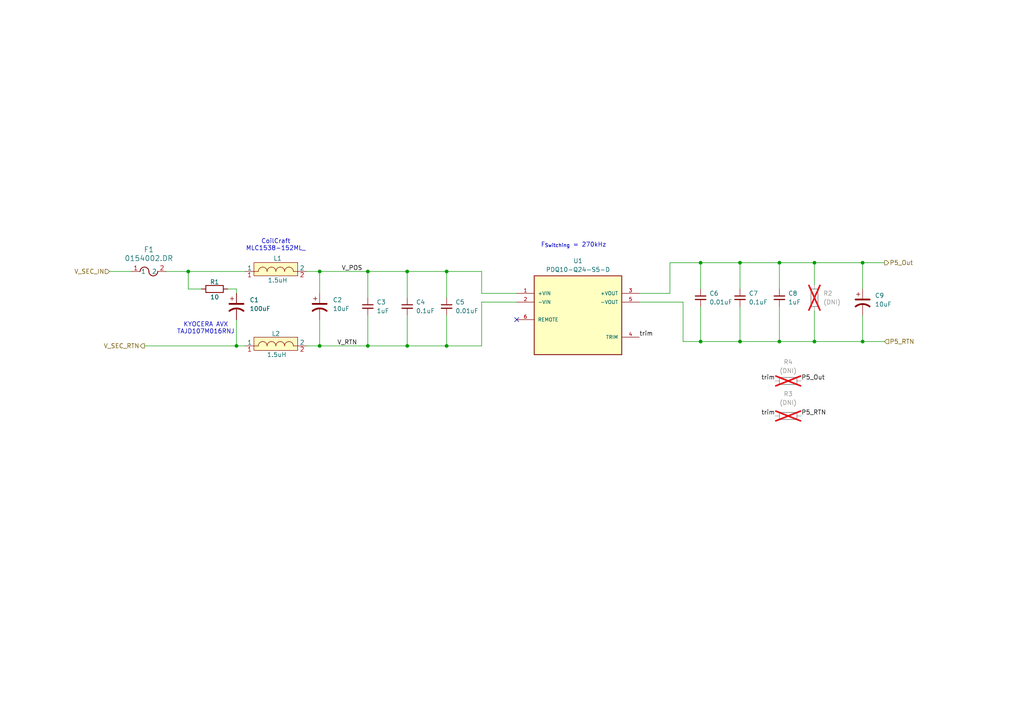
<source format=kicad_sch>
(kicad_sch
	(version 20250114)
	(generator "eeschema")
	(generator_version "9.0")
	(uuid "1840d274-51b3-4d20-a8a0-db711cefd172")
	(paper "A4")
	(lib_symbols
		(symbol "CUI:PDQ10-Q24-S3-D"
			(pin_names
				(offset 1.016)
			)
			(exclude_from_sim no)
			(in_bom yes)
			(on_board yes)
			(property "Reference" "U"
				(at -12.725 10.1799 0)
				(effects
					(font
						(size 1.27 1.27)
					)
					(justify left bottom)
				)
			)
			(property "Value" "PDQ10-Q24-S3-D"
				(at -12.7248 -15.2698 0)
				(effects
					(font
						(size 1.27 1.27)
					)
					(justify left bottom)
				)
			)
			(property "Footprint" "PDQ10-Q24-S3-D:CONV_PDQ10-Q24-S3-D"
				(at 0 0 0)
				(effects
					(font
						(size 1.27 1.27)
					)
					(justify bottom)
					(hide yes)
				)
			)
			(property "Datasheet" ""
				(at 0 0 0)
				(effects
					(font
						(size 1.27 1.27)
					)
					(hide yes)
				)
			)
			(property "Description" ""
				(at 0 0 0)
				(effects
					(font
						(size 1.27 1.27)
					)
					(hide yes)
				)
			)
			(property "MF" "CUI Inc."
				(at 0 0 0)
				(effects
					(font
						(size 1.27 1.27)
					)
					(justify bottom)
					(hide yes)
				)
			)
			(property "Description_1" "10 W, 4:1 Input Range, Single/Dual Regulated Output, 1500 Vdc Isolation, Dc-Dc Converter"
				(at 0 0 0)
				(effects
					(font
						(size 1.27 1.27)
					)
					(justify bottom)
					(hide yes)
				)
			)
			(property "Package" "DIP-6 CUI"
				(at 0 0 0)
				(effects
					(font
						(size 1.27 1.27)
					)
					(justify bottom)
					(hide yes)
				)
			)
			(property "Price" "None"
				(at 0 0 0)
				(effects
					(font
						(size 1.27 1.27)
					)
					(justify bottom)
					(hide yes)
				)
			)
			(property "Check_prices" "https://www.snapeda.com/parts/PDQ10-Q24-S3-D/CUI/view-part/?ref=eda"
				(at 0 0 0)
				(effects
					(font
						(size 1.27 1.27)
					)
					(justify bottom)
					(hide yes)
				)
			)
			(property "STANDARD" "Manufacturer Recommendations"
				(at 0 0 0)
				(effects
					(font
						(size 1.27 1.27)
					)
					(justify bottom)
					(hide yes)
				)
			)
			(property "PARTREV" "1.0"
				(at 0 0 0)
				(effects
					(font
						(size 1.27 1.27)
					)
					(justify bottom)
					(hide yes)
				)
			)
			(property "SnapEDA_Link" "https://www.snapeda.com/parts/PDQ10-Q24-S3-D/CUI/view-part/?ref=snap"
				(at 0 0 0)
				(effects
					(font
						(size 1.27 1.27)
					)
					(justify bottom)
					(hide yes)
				)
			)
			(property "MP" "PDQ10-Q24-S3-D"
				(at 0 0 0)
				(effects
					(font
						(size 1.27 1.27)
					)
					(justify bottom)
					(hide yes)
				)
			)
			(property "CUI_purchase_URL" "https://www.cui.com/product/dc-dc-converters/isolated/pdq10-d-series?utm_source=snapeda.com&utm_medium=referral&utm_campaign=snapedaBOM"
				(at 0 0 0)
				(effects
					(font
						(size 1.27 1.27)
					)
					(justify bottom)
					(hide yes)
				)
			)
			(property "Availability" "In Stock"
				(at 0 0 0)
				(effects
					(font
						(size 1.27 1.27)
					)
					(justify bottom)
					(hide yes)
				)
			)
			(property "MANUFACTURER" "CUI Inc"
				(at 0 0 0)
				(effects
					(font
						(size 1.27 1.27)
					)
					(justify bottom)
					(hide yes)
				)
			)
			(symbol "PDQ10-Q24-S3-D_0_0"
				(rectangle
					(start -12.7 -12.7)
					(end 12.7 10.16)
					(stroke
						(width 0.254)
						(type default)
					)
					(fill
						(type background)
					)
				)
				(pin input line
					(at -17.78 5.08 0)
					(length 5.08)
					(name "+VIN"
						(effects
							(font
								(size 1.016 1.016)
							)
						)
					)
					(number "1"
						(effects
							(font
								(size 1.016 1.016)
							)
						)
					)
				)
				(pin input line
					(at -17.78 2.54 0)
					(length 5.08)
					(name "-VIN"
						(effects
							(font
								(size 1.016 1.016)
							)
						)
					)
					(number "2"
						(effects
							(font
								(size 1.016 1.016)
							)
						)
					)
				)
				(pin input line
					(at -17.78 -2.54 0)
					(length 5.08)
					(name "REMOTE"
						(effects
							(font
								(size 1.016 1.016)
							)
						)
					)
					(number "6"
						(effects
							(font
								(size 1.016 1.016)
							)
						)
					)
				)
				(pin output line
					(at 17.78 5.08 180)
					(length 5.08)
					(name "+VOUT"
						(effects
							(font
								(size 1.016 1.016)
							)
						)
					)
					(number "3"
						(effects
							(font
								(size 1.016 1.016)
							)
						)
					)
				)
				(pin output line
					(at 17.78 2.54 180)
					(length 5.08)
					(name "-VOUT"
						(effects
							(font
								(size 1.016 1.016)
							)
						)
					)
					(number "5"
						(effects
							(font
								(size 1.016 1.016)
							)
						)
					)
				)
				(pin passive line
					(at 17.78 -7.62 180)
					(length 5.08)
					(name "TRIM"
						(effects
							(font
								(size 1.016 1.016)
							)
						)
					)
					(number "4"
						(effects
							(font
								(size 1.016 1.016)
							)
						)
					)
				)
			)
			(embedded_fonts no)
		)
		(symbol "CoilCraft:MLC7542"
			(pin_names
				(offset 0)
			)
			(exclude_from_sim no)
			(in_bom yes)
			(on_board yes)
			(property "Reference" "L"
				(at 5.334 3.81 0)
				(effects
					(font
						(size 1.27 1.27)
					)
				)
			)
			(property "Value" ""
				(at 6.35 3.302 0)
				(effects
					(font
						(size 1.27 1.27)
					)
				)
			)
			(property "Footprint" ""
				(at 6.35 3.302 0)
				(effects
					(font
						(size 1.27 1.27)
					)
					(hide yes)
				)
			)
			(property "Datasheet" ""
				(at 6.35 3.302 0)
				(effects
					(font
						(size 1.27 1.27)
					)
					(hide yes)
				)
			)
			(property "Description" ""
				(at 6.35 3.302 0)
				(effects
					(font
						(size 1.27 1.27)
					)
					(hide yes)
				)
			)
			(property "Manufacturer" "Coil Craft"
				(at 0 0 0)
				(effects
					(font
						(size 1.27 1.27)
					)
					(hide yes)
				)
			)
			(property "Man. Part Num" ""
				(at 0 0 0)
				(effects
					(font
						(size 1.27 1.27)
					)
					(hide yes)
				)
			)
			(property "Distributor" "Coil Craft"
				(at 0 0 0)
				(effects
					(font
						(size 1.27 1.27)
					)
					(hide yes)
				)
			)
			(property "Dist. Part Num" ""
				(at 0 0 0)
				(effects
					(font
						(size 1.27 1.27)
					)
					(hide yes)
				)
			)
			(property "Package" ""
				(at 0 0 0)
				(effects
					(font
						(size 1.27 1.27)
					)
					(hide yes)
				)
			)
			(property "Notes" ""
				(at 0 0 0)
				(effects
					(font
						(size 1.27 1.27)
					)
					(hide yes)
				)
			)
			(property "Part Type" "SMD"
				(at 0 0 0)
				(effects
					(font
						(size 1.27 1.27)
					)
					(hide yes)
				)
			)
			(symbol "MLC7542_0_1"
				(arc
					(start 1.27 0)
					(mid 1.642 0.898)
					(end 2.54 1.27)
					(stroke
						(width 0)
						(type default)
					)
					(fill
						(type none)
					)
				)
				(arc
					(start 2.54 1.27)
					(mid 3.438 0.898)
					(end 3.81 0)
					(stroke
						(width 0)
						(type default)
					)
					(fill
						(type none)
					)
				)
				(arc
					(start 3.81 0)
					(mid 4.182 0.898)
					(end 5.08 1.27)
					(stroke
						(width 0)
						(type default)
					)
					(fill
						(type none)
					)
				)
				(arc
					(start 5.08 1.27)
					(mid 5.978 0.898)
					(end 6.35 0)
					(stroke
						(width 0)
						(type default)
					)
					(fill
						(type none)
					)
				)
				(arc
					(start 6.35 0)
					(mid 6.722 0.898)
					(end 7.62 1.27)
					(stroke
						(width 0)
						(type default)
					)
					(fill
						(type none)
					)
				)
				(arc
					(start 7.62 1.27)
					(mid 8.518 0.898)
					(end 8.89 0)
					(stroke
						(width 0)
						(type default)
					)
					(fill
						(type none)
					)
				)
				(arc
					(start 8.89 0)
					(mid 9.262 0.898)
					(end 10.16 1.27)
					(stroke
						(width 0)
						(type default)
					)
					(fill
						(type none)
					)
				)
				(arc
					(start 10.16 1.27)
					(mid 11.058 0.898)
					(end 11.43 0)
					(stroke
						(width 0)
						(type default)
					)
					(fill
						(type none)
					)
				)
			)
			(symbol "MLC7542_1_1"
				(rectangle
					(start 0 2.54)
					(end 12.7 -1.27)
					(stroke
						(width 0)
						(type default)
					)
					(fill
						(type background)
					)
				)
				(polyline
					(pts
						(xy 1.27 0) (xy 0 0)
					)
					(stroke
						(width 0)
						(type default)
					)
					(fill
						(type none)
					)
				)
				(polyline
					(pts
						(xy 11.43 0) (xy 12.7 0)
					)
					(stroke
						(width 0)
						(type default)
					)
					(fill
						(type none)
					)
				)
				(pin bidirectional line
					(at -2.54 0 0)
					(length 2.54)
					(name "1"
						(effects
							(font
								(size 1.27 1.27)
							)
						)
					)
					(number "1"
						(effects
							(font
								(size 1.27 1.27)
							)
						)
					)
				)
				(pin bidirectional line
					(at 15.24 0 180)
					(length 2.54)
					(name "2"
						(effects
							(font
								(size 1.27 1.27)
							)
						)
					)
					(number "2"
						(effects
							(font
								(size 1.27 1.27)
							)
						)
					)
				)
			)
			(embedded_fonts no)
		)
		(symbol "Device:C_Polarized_US"
			(pin_numbers
				(hide yes)
			)
			(pin_names
				(offset 0.254)
				(hide yes)
			)
			(exclude_from_sim no)
			(in_bom yes)
			(on_board yes)
			(property "Reference" "C"
				(at 0.635 2.54 0)
				(effects
					(font
						(size 1.27 1.27)
					)
					(justify left)
				)
			)
			(property "Value" "C_Polarized_US"
				(at 0.635 -2.54 0)
				(effects
					(font
						(size 1.27 1.27)
					)
					(justify left)
				)
			)
			(property "Footprint" ""
				(at 0 0 0)
				(effects
					(font
						(size 1.27 1.27)
					)
					(hide yes)
				)
			)
			(property "Datasheet" "~"
				(at 0 0 0)
				(effects
					(font
						(size 1.27 1.27)
					)
					(hide yes)
				)
			)
			(property "Description" "Polarized capacitor, US symbol"
				(at 0 0 0)
				(effects
					(font
						(size 1.27 1.27)
					)
					(hide yes)
				)
			)
			(property "ki_keywords" "cap capacitor"
				(at 0 0 0)
				(effects
					(font
						(size 1.27 1.27)
					)
					(hide yes)
				)
			)
			(property "ki_fp_filters" "CP_*"
				(at 0 0 0)
				(effects
					(font
						(size 1.27 1.27)
					)
					(hide yes)
				)
			)
			(symbol "C_Polarized_US_0_1"
				(polyline
					(pts
						(xy -2.032 0.762) (xy 2.032 0.762)
					)
					(stroke
						(width 0.508)
						(type default)
					)
					(fill
						(type none)
					)
				)
				(polyline
					(pts
						(xy -1.778 2.286) (xy -0.762 2.286)
					)
					(stroke
						(width 0)
						(type default)
					)
					(fill
						(type none)
					)
				)
				(polyline
					(pts
						(xy -1.27 1.778) (xy -1.27 2.794)
					)
					(stroke
						(width 0)
						(type default)
					)
					(fill
						(type none)
					)
				)
				(arc
					(start -2.032 -1.27)
					(mid 0 -0.5572)
					(end 2.032 -1.27)
					(stroke
						(width 0.508)
						(type default)
					)
					(fill
						(type none)
					)
				)
			)
			(symbol "C_Polarized_US_1_1"
				(pin passive line
					(at 0 3.81 270)
					(length 2.794)
					(name "~"
						(effects
							(font
								(size 1.27 1.27)
							)
						)
					)
					(number "1"
						(effects
							(font
								(size 1.27 1.27)
							)
						)
					)
				)
				(pin passive line
					(at 0 -3.81 90)
					(length 3.302)
					(name "~"
						(effects
							(font
								(size 1.27 1.27)
							)
						)
					)
					(number "2"
						(effects
							(font
								(size 1.27 1.27)
							)
						)
					)
				)
			)
			(embedded_fonts no)
		)
		(symbol "Device:C_Small"
			(pin_numbers
				(hide yes)
			)
			(pin_names
				(offset 0.254)
				(hide yes)
			)
			(exclude_from_sim no)
			(in_bom yes)
			(on_board yes)
			(property "Reference" "C"
				(at 0.254 1.778 0)
				(effects
					(font
						(size 1.27 1.27)
					)
					(justify left)
				)
			)
			(property "Value" "C_Small"
				(at 0.254 -2.032 0)
				(effects
					(font
						(size 1.27 1.27)
					)
					(justify left)
				)
			)
			(property "Footprint" ""
				(at 0 0 0)
				(effects
					(font
						(size 1.27 1.27)
					)
					(hide yes)
				)
			)
			(property "Datasheet" "~"
				(at 0 0 0)
				(effects
					(font
						(size 1.27 1.27)
					)
					(hide yes)
				)
			)
			(property "Description" "Unpolarized capacitor, small symbol"
				(at 0 0 0)
				(effects
					(font
						(size 1.27 1.27)
					)
					(hide yes)
				)
			)
			(property "ki_keywords" "capacitor cap"
				(at 0 0 0)
				(effects
					(font
						(size 1.27 1.27)
					)
					(hide yes)
				)
			)
			(property "ki_fp_filters" "C_*"
				(at 0 0 0)
				(effects
					(font
						(size 1.27 1.27)
					)
					(hide yes)
				)
			)
			(symbol "C_Small_0_1"
				(polyline
					(pts
						(xy -1.524 0.508) (xy 1.524 0.508)
					)
					(stroke
						(width 0.3048)
						(type default)
					)
					(fill
						(type none)
					)
				)
				(polyline
					(pts
						(xy -1.524 -0.508) (xy 1.524 -0.508)
					)
					(stroke
						(width 0.3302)
						(type default)
					)
					(fill
						(type none)
					)
				)
			)
			(symbol "C_Small_1_1"
				(pin passive line
					(at 0 2.54 270)
					(length 2.032)
					(name "~"
						(effects
							(font
								(size 1.27 1.27)
							)
						)
					)
					(number "1"
						(effects
							(font
								(size 1.27 1.27)
							)
						)
					)
				)
				(pin passive line
					(at 0 -2.54 90)
					(length 2.032)
					(name "~"
						(effects
							(font
								(size 1.27 1.27)
							)
						)
					)
					(number "2"
						(effects
							(font
								(size 1.27 1.27)
							)
						)
					)
				)
			)
			(embedded_fonts no)
		)
		(symbol "Device:R"
			(pin_numbers
				(hide yes)
			)
			(pin_names
				(offset 0)
			)
			(exclude_from_sim no)
			(in_bom yes)
			(on_board yes)
			(property "Reference" "R"
				(at 2.032 0 90)
				(effects
					(font
						(size 1.27 1.27)
					)
				)
			)
			(property "Value" "R"
				(at 0 0 90)
				(effects
					(font
						(size 1.27 1.27)
					)
				)
			)
			(property "Footprint" ""
				(at -1.778 0 90)
				(effects
					(font
						(size 1.27 1.27)
					)
					(hide yes)
				)
			)
			(property "Datasheet" "~"
				(at 0 0 0)
				(effects
					(font
						(size 1.27 1.27)
					)
					(hide yes)
				)
			)
			(property "Description" "Resistor"
				(at 0 0 0)
				(effects
					(font
						(size 1.27 1.27)
					)
					(hide yes)
				)
			)
			(property "ki_keywords" "R res resistor"
				(at 0 0 0)
				(effects
					(font
						(size 1.27 1.27)
					)
					(hide yes)
				)
			)
			(property "ki_fp_filters" "R_*"
				(at 0 0 0)
				(effects
					(font
						(size 1.27 1.27)
					)
					(hide yes)
				)
			)
			(symbol "R_0_1"
				(rectangle
					(start -1.016 -2.54)
					(end 1.016 2.54)
					(stroke
						(width 0.254)
						(type default)
					)
					(fill
						(type none)
					)
				)
			)
			(symbol "R_1_1"
				(pin passive line
					(at 0 3.81 270)
					(length 1.27)
					(name "~"
						(effects
							(font
								(size 1.27 1.27)
							)
						)
					)
					(number "1"
						(effects
							(font
								(size 1.27 1.27)
							)
						)
					)
				)
				(pin passive line
					(at 0 -3.81 90)
					(length 1.27)
					(name "~"
						(effects
							(font
								(size 1.27 1.27)
							)
						)
					)
					(number "2"
						(effects
							(font
								(size 1.27 1.27)
							)
						)
					)
				)
			)
			(embedded_fonts no)
		)
		(symbol "Little_Fuse:0154002.DR"
			(pin_names
				(offset 0.254)
			)
			(exclude_from_sim no)
			(in_bom yes)
			(on_board yes)
			(property "Reference" "F"
				(at 5.08 3.175 0)
				(effects
					(font
						(size 1.524 1.524)
					)
				)
			)
			(property "Value" "0154002.DR"
				(at 5.08 -3.175 0)
				(effects
					(font
						(size 1.524 1.524)
					)
				)
			)
			(property "Footprint" "0154Series_LTF"
				(at 0 0 0)
				(effects
					(font
						(size 1.27 1.27)
						(italic yes)
					)
					(hide yes)
				)
			)
			(property "Datasheet" "https://www.littelfuse.com/assetdocs/littelfuse-fuse-154-series-data-sheet?assetguid=a8a8a462-7295-481b-a91b-d770dabf005b"
				(at 0 0 0)
				(effects
					(font
						(size 1.27 1.27)
						(italic yes)
					)
					(hide yes)
				)
			)
			(property "Description" "2 A 125 V AC 125 V DC Fuse Board Mount (Cartridge Style Excluded) Requires Holder, Surface Mount 2-SMD, Square End Block with Holder"
				(at 0 0 0)
				(effects
					(font
						(size 1.27 1.27)
					)
					(hide yes)
				)
			)
			(property "Manufacturer" "Little Fuse"
				(at 0 0 0)
				(effects
					(font
						(size 1.27 1.27)
					)
					(hide yes)
				)
			)
			(property "Man. Part Num" "0154002.DR"
				(at 0 0 0)
				(effects
					(font
						(size 1.27 1.27)
					)
					(hide yes)
				)
			)
			(property "Distributor" "Digi-Key"
				(at 0 0 0)
				(effects
					(font
						(size 1.27 1.27)
					)
					(hide yes)
				)
			)
			(property "Dist. Part Num" "F1224CT-ND"
				(at 0 0 0)
				(effects
					(font
						(size 1.27 1.27)
					)
					(hide yes)
				)
			)
			(property "Part Type" "SMD"
				(at 0 0 0)
				(effects
					(font
						(size 1.27 1.27)
					)
					(hide yes)
				)
			)
			(property "Package" "Surface Mount 2-SMD, Square End Block with Holder"
				(at 0 0 0)
				(effects
					(font
						(size 1.27 1.27)
					)
					(hide yes)
				)
			)
			(property "Notes" ""
				(at 0 0 0)
				(effects
					(font
						(size 1.27 1.27)
					)
					(hide yes)
				)
			)
			(property "ki_keywords" "0154002.DR"
				(at 0 0 0)
				(effects
					(font
						(size 1.27 1.27)
					)
					(hide yes)
				)
			)
			(property "ki_fp_filters" "0154Series_LTF"
				(at 0 0 0)
				(effects
					(font
						(size 1.27 1.27)
					)
					(hide yes)
				)
			)
			(symbol "0154002.DR_1_1"
				(arc
					(start 2.54 0)
					(mid 3.81 1.2645)
					(end 5.08 0)
					(stroke
						(width 0.254)
						(type default)
					)
					(fill
						(type none)
					)
				)
				(arc
					(start 7.62 0)
					(mid 6.35 -1.2645)
					(end 5.08 0)
					(stroke
						(width 0.254)
						(type default)
					)
					(fill
						(type none)
					)
				)
				(pin unspecified line
					(at 0 0 0)
					(length 2.54)
					(name "1"
						(effects
							(font
								(size 1.27 1.27)
							)
						)
					)
					(number "1"
						(effects
							(font
								(size 1.27 1.27)
							)
						)
					)
				)
				(pin unspecified line
					(at 10.16 0 180)
					(length 2.54)
					(name "2"
						(effects
							(font
								(size 1.27 1.27)
							)
						)
					)
					(number "2"
						(effects
							(font
								(size 1.27 1.27)
							)
						)
					)
				)
			)
			(symbol "0154002.DR_1_2"
				(arc
					(start 0 7.62)
					(mid 1.2645 6.35)
					(end 0 5.08)
					(stroke
						(width 0.254)
						(type default)
					)
					(fill
						(type none)
					)
				)
				(arc
					(start 0 2.54)
					(mid -1.2645 3.81)
					(end 0 5.08)
					(stroke
						(width 0.254)
						(type default)
					)
					(fill
						(type none)
					)
				)
				(pin unspecified line
					(at 0 10.16 270)
					(length 2.54)
					(name "2"
						(effects
							(font
								(size 1.27 1.27)
							)
						)
					)
					(number "2"
						(effects
							(font
								(size 1.27 1.27)
							)
						)
					)
				)
				(pin unspecified line
					(at 0 0 90)
					(length 2.54)
					(name "1"
						(effects
							(font
								(size 1.27 1.27)
							)
						)
					)
					(number "1"
						(effects
							(font
								(size 1.27 1.27)
							)
						)
					)
				)
			)
			(embedded_fonts no)
		)
	)
	(text "CoilCraft\nMLC1538-152ML_"
		(exclude_from_sim no)
		(at 80.01 71.12 0)
		(effects
			(font
				(size 1.27 1.27)
			)
		)
		(uuid "29704e31-2f3d-4568-85e8-7683e2aed2f0")
	)
	(text "F_{Switching} = 270kHz"
		(exclude_from_sim no)
		(at 166.37 71.12 0)
		(effects
			(font
				(size 1.27 1.27)
			)
		)
		(uuid "a784f516-7e53-4892-90ca-8bbfce581195")
	)
	(text "KYOCERA AVX\nTAJD107M016RNJ"
		(exclude_from_sim no)
		(at 59.69 95.25 0)
		(effects
			(font
				(size 1.27 1.27)
			)
		)
		(uuid "f7be7e80-43c4-4603-a58d-53be90a0ded6")
	)
	(junction
		(at 106.68 100.33)
		(diameter 0)
		(color 0 0 0 0)
		(uuid "0a3f7896-ca4b-478b-93eb-a1e07eea60da")
	)
	(junction
		(at 54.61 78.74)
		(diameter 0)
		(color 0 0 0 0)
		(uuid "1191c7d9-8d94-4c2c-a05d-3c207d13869b")
	)
	(junction
		(at 214.63 99.06)
		(diameter 0)
		(color 0 0 0 0)
		(uuid "3f104cf6-f6f1-445d-bd87-39065586b466")
	)
	(junction
		(at 236.22 76.2)
		(diameter 0)
		(color 0 0 0 0)
		(uuid "4721f32e-0c4f-4dda-bef2-734f171f5077")
	)
	(junction
		(at 92.71 100.33)
		(diameter 0)
		(color 0 0 0 0)
		(uuid "50843936-501c-4545-a4e1-4a36bf29ac78")
	)
	(junction
		(at 250.19 99.06)
		(diameter 0)
		(color 0 0 0 0)
		(uuid "580be90a-428e-48d5-81bb-530ca282fcef")
	)
	(junction
		(at 129.54 100.33)
		(diameter 0)
		(color 0 0 0 0)
		(uuid "5baedcc0-e509-46da-a54c-2ce498af66ab")
	)
	(junction
		(at 236.22 99.06)
		(diameter 0)
		(color 0 0 0 0)
		(uuid "5bd0981a-3f5c-42e1-ae7c-11f8ae3b4acd")
	)
	(junction
		(at 203.2 99.06)
		(diameter 0)
		(color 0 0 0 0)
		(uuid "618bc126-44f6-4842-a4b4-4f802833206e")
	)
	(junction
		(at 92.71 78.74)
		(diameter 0)
		(color 0 0 0 0)
		(uuid "6d23080b-14b1-4453-9a1d-17ad43f0f402")
	)
	(junction
		(at 68.58 100.33)
		(diameter 0)
		(color 0 0 0 0)
		(uuid "7b63c3b3-4704-44db-ac9f-f76ee09cba7e")
	)
	(junction
		(at 214.63 76.2)
		(diameter 0)
		(color 0 0 0 0)
		(uuid "b2c9e117-9640-4117-a5b6-9687cfcacd0d")
	)
	(junction
		(at 226.06 76.2)
		(diameter 0)
		(color 0 0 0 0)
		(uuid "b8005fff-713e-470d-83d6-80e8c0e2d532")
	)
	(junction
		(at 226.06 99.06)
		(diameter 0)
		(color 0 0 0 0)
		(uuid "c5692713-d184-4dd6-8685-0d409dc909e7")
	)
	(junction
		(at 118.11 78.74)
		(diameter 0)
		(color 0 0 0 0)
		(uuid "cf84857a-c0b1-46cf-8ec5-9cfc65b06b18")
	)
	(junction
		(at 106.68 78.74)
		(diameter 0)
		(color 0 0 0 0)
		(uuid "d24f05e9-d62b-4748-b5e4-b6b5e3f32ce1")
	)
	(junction
		(at 203.2 76.2)
		(diameter 0)
		(color 0 0 0 0)
		(uuid "e4b0f8a9-8e87-4369-b3b6-269051e155be")
	)
	(junction
		(at 250.19 76.2)
		(diameter 0)
		(color 0 0 0 0)
		(uuid "e59ebac0-2a51-446f-99a2-1ef0b39fd07e")
	)
	(junction
		(at 129.54 78.74)
		(diameter 0)
		(color 0 0 0 0)
		(uuid "e848a861-3ab8-4156-abe9-970231a586d9")
	)
	(junction
		(at 118.11 100.33)
		(diameter 0)
		(color 0 0 0 0)
		(uuid "fe614733-77fc-4e65-b735-0ae698829167")
	)
	(no_connect
		(at 149.86 92.71)
		(uuid "17630b94-403f-4b07-babd-97d8f6e450d5")
	)
	(wire
		(pts
			(xy 198.12 87.63) (xy 198.12 99.06)
		)
		(stroke
			(width 0)
			(type default)
		)
		(uuid "012d7cd9-948d-4830-a540-78eae4f55a16")
	)
	(wire
		(pts
			(xy 194.31 85.09) (xy 185.42 85.09)
		)
		(stroke
			(width 0)
			(type default)
		)
		(uuid "05ec3bd5-90c1-4048-96da-4a6df9cfbcd7")
	)
	(wire
		(pts
			(xy 185.42 87.63) (xy 198.12 87.63)
		)
		(stroke
			(width 0)
			(type default)
		)
		(uuid "109269e7-5ef6-41d3-a221-dec0fee233b8")
	)
	(wire
		(pts
			(xy 118.11 100.33) (xy 106.68 100.33)
		)
		(stroke
			(width 0)
			(type default)
		)
		(uuid "11d09df0-e97f-442f-a361-8950a8c44d85")
	)
	(wire
		(pts
			(xy 226.06 99.06) (xy 236.22 99.06)
		)
		(stroke
			(width 0)
			(type default)
		)
		(uuid "180b92f8-417b-4252-ba0f-36a63977ed43")
	)
	(wire
		(pts
			(xy 68.58 83.82) (xy 68.58 85.09)
		)
		(stroke
			(width 0)
			(type default)
		)
		(uuid "1a4148a6-152c-4587-8866-e495730354f2")
	)
	(wire
		(pts
			(xy 214.63 76.2) (xy 226.06 76.2)
		)
		(stroke
			(width 0)
			(type default)
		)
		(uuid "1d5e4135-a288-4afa-adcd-33832b1519ec")
	)
	(wire
		(pts
			(xy 139.7 85.09) (xy 149.86 85.09)
		)
		(stroke
			(width 0)
			(type default)
		)
		(uuid "1ea53e6e-ca07-40e8-b667-4b67c82a95c6")
	)
	(wire
		(pts
			(xy 214.63 99.06) (xy 226.06 99.06)
		)
		(stroke
			(width 0)
			(type default)
		)
		(uuid "26aa2919-cc94-4262-b645-a26f1396b44e")
	)
	(wire
		(pts
			(xy 250.19 91.44) (xy 250.19 99.06)
		)
		(stroke
			(width 0)
			(type default)
		)
		(uuid "2c95127a-cbf4-4bd5-9c54-21b0494834a3")
	)
	(wire
		(pts
			(xy 129.54 78.74) (xy 139.7 78.74)
		)
		(stroke
			(width 0)
			(type default)
		)
		(uuid "2dfe005c-da9c-4aac-a529-6a2fe10a69aa")
	)
	(wire
		(pts
			(xy 139.7 100.33) (xy 129.54 100.33)
		)
		(stroke
			(width 0)
			(type default)
		)
		(uuid "2ebf2e73-bf1e-42ad-81c8-4c0bdf3e0265")
	)
	(wire
		(pts
			(xy 54.61 83.82) (xy 54.61 78.74)
		)
		(stroke
			(width 0)
			(type default)
		)
		(uuid "36c15d2d-ab23-4aa4-9933-990fbdf2ddb0")
	)
	(wire
		(pts
			(xy 118.11 78.74) (xy 118.11 86.36)
		)
		(stroke
			(width 0)
			(type default)
		)
		(uuid "39d546c2-9321-46ad-bb9d-dd7ff3e83076")
	)
	(wire
		(pts
			(xy 92.71 100.33) (xy 88.9 100.33)
		)
		(stroke
			(width 0)
			(type default)
		)
		(uuid "3da5a080-f743-4a92-b8d8-4711cf85c001")
	)
	(wire
		(pts
			(xy 139.7 78.74) (xy 139.7 85.09)
		)
		(stroke
			(width 0)
			(type default)
		)
		(uuid "47a171f0-0df4-47a2-8a6b-08e2ee55b05c")
	)
	(wire
		(pts
			(xy 194.31 76.2) (xy 203.2 76.2)
		)
		(stroke
			(width 0)
			(type default)
		)
		(uuid "4b588cde-0934-47ef-8d34-dc641ae133af")
	)
	(wire
		(pts
			(xy 236.22 99.06) (xy 250.19 99.06)
		)
		(stroke
			(width 0)
			(type default)
		)
		(uuid "4d4c2e80-4fc9-4a5a-a39d-f25565c45561")
	)
	(wire
		(pts
			(xy 250.19 99.06) (xy 256.54 99.06)
		)
		(stroke
			(width 0)
			(type default)
		)
		(uuid "4db69314-6f45-4d79-8eeb-b001ecd51c8f")
	)
	(wire
		(pts
			(xy 68.58 92.71) (xy 68.58 100.33)
		)
		(stroke
			(width 0)
			(type default)
		)
		(uuid "50f1fa03-94c2-4143-80a7-bb6bb93182b8")
	)
	(wire
		(pts
			(xy 54.61 78.74) (xy 71.12 78.74)
		)
		(stroke
			(width 0)
			(type default)
		)
		(uuid "5236e504-0917-4fdf-a099-2e92c5b3a65c")
	)
	(wire
		(pts
			(xy 139.7 87.63) (xy 139.7 100.33)
		)
		(stroke
			(width 0)
			(type default)
		)
		(uuid "557b2171-2ea1-4652-802b-51a0d1da08c4")
	)
	(wire
		(pts
			(xy 92.71 100.33) (xy 106.68 100.33)
		)
		(stroke
			(width 0)
			(type default)
		)
		(uuid "5863f196-7ea5-4279-aea5-f403cc1b7c16")
	)
	(wire
		(pts
			(xy 92.71 78.74) (xy 88.9 78.74)
		)
		(stroke
			(width 0)
			(type default)
		)
		(uuid "5a97ecd7-11d3-4984-8585-06921e147a48")
	)
	(wire
		(pts
			(xy 92.71 85.09) (xy 92.71 78.74)
		)
		(stroke
			(width 0)
			(type default)
		)
		(uuid "5c07bf3b-b919-492c-9def-d3456c2480c4")
	)
	(wire
		(pts
			(xy 236.22 76.2) (xy 250.19 76.2)
		)
		(stroke
			(width 0)
			(type default)
		)
		(uuid "5ea66434-dff1-4c34-a8cf-af1ba641cc00")
	)
	(wire
		(pts
			(xy 214.63 88.9) (xy 214.63 99.06)
		)
		(stroke
			(width 0)
			(type default)
		)
		(uuid "5f7e6b31-e962-4219-8fb1-01c1e5aaa869")
	)
	(wire
		(pts
			(xy 203.2 76.2) (xy 214.63 76.2)
		)
		(stroke
			(width 0)
			(type default)
		)
		(uuid "6114b352-0e89-47a7-91c4-e5bf328750b1")
	)
	(wire
		(pts
			(xy 226.06 76.2) (xy 236.22 76.2)
		)
		(stroke
			(width 0)
			(type default)
		)
		(uuid "662acddf-c073-4e12-9a20-c72696e154e2")
	)
	(wire
		(pts
			(xy 48.26 78.74) (xy 54.61 78.74)
		)
		(stroke
			(width 0)
			(type default)
		)
		(uuid "70211d57-72ac-4e59-ae1f-70a0c7858d21")
	)
	(wire
		(pts
			(xy 194.31 76.2) (xy 194.31 85.09)
		)
		(stroke
			(width 0)
			(type default)
		)
		(uuid "727370fe-4a76-47a7-a7ed-c49edd5d88c8")
	)
	(wire
		(pts
			(xy 106.68 91.44) (xy 106.68 100.33)
		)
		(stroke
			(width 0)
			(type default)
		)
		(uuid "75ad14c6-7c88-46ce-86e8-0ea369c090e2")
	)
	(wire
		(pts
			(xy 139.7 87.63) (xy 149.86 87.63)
		)
		(stroke
			(width 0)
			(type default)
		)
		(uuid "7637aa2f-5d01-4106-a454-b3b4365cde1f")
	)
	(wire
		(pts
			(xy 129.54 100.33) (xy 118.11 100.33)
		)
		(stroke
			(width 0)
			(type default)
		)
		(uuid "84acf384-937b-4b09-bbfb-44ccea57133b")
	)
	(wire
		(pts
			(xy 31.75 78.74) (xy 38.1 78.74)
		)
		(stroke
			(width 0)
			(type default)
		)
		(uuid "854b6638-ed2e-490d-bc65-394073e93a1e")
	)
	(wire
		(pts
			(xy 118.11 78.74) (xy 129.54 78.74)
		)
		(stroke
			(width 0)
			(type default)
		)
		(uuid "89391feb-3b48-40f8-9838-5281acd4d4d0")
	)
	(wire
		(pts
			(xy 106.68 78.74) (xy 106.68 86.36)
		)
		(stroke
			(width 0)
			(type default)
		)
		(uuid "8cdc687c-da1f-4f24-b1d1-c52b923ad5fa")
	)
	(wire
		(pts
			(xy 250.19 76.2) (xy 256.54 76.2)
		)
		(stroke
			(width 0)
			(type default)
		)
		(uuid "8f5e64cb-cd14-4a0c-a63b-959fad6d4e46")
	)
	(wire
		(pts
			(xy 236.22 76.2) (xy 236.22 82.55)
		)
		(stroke
			(width 0)
			(type default)
		)
		(uuid "8f743ae7-2272-4be9-8962-c3cc0b5407b7")
	)
	(wire
		(pts
			(xy 203.2 88.9) (xy 203.2 99.06)
		)
		(stroke
			(width 0)
			(type default)
		)
		(uuid "933742b5-b6e2-4385-8db6-98a39b289886")
	)
	(wire
		(pts
			(xy 226.06 88.9) (xy 226.06 99.06)
		)
		(stroke
			(width 0)
			(type default)
		)
		(uuid "9618f758-9868-4bea-b3ca-d599bff7ff75")
	)
	(wire
		(pts
			(xy 41.91 100.33) (xy 68.58 100.33)
		)
		(stroke
			(width 0)
			(type default)
		)
		(uuid "a03a4902-6dfd-4678-a171-ec40c111d58a")
	)
	(wire
		(pts
			(xy 92.71 78.74) (xy 106.68 78.74)
		)
		(stroke
			(width 0)
			(type default)
		)
		(uuid "a0f25308-f5b2-489c-87f6-e87a151dc44e")
	)
	(wire
		(pts
			(xy 66.04 83.82) (xy 68.58 83.82)
		)
		(stroke
			(width 0)
			(type default)
		)
		(uuid "a1ed51f4-6d1a-4398-9e82-b0b0e3bed1b7")
	)
	(wire
		(pts
			(xy 250.19 83.82) (xy 250.19 76.2)
		)
		(stroke
			(width 0)
			(type default)
		)
		(uuid "abd9a7e1-fd12-442c-9799-5a3d882c2f07")
	)
	(wire
		(pts
			(xy 226.06 76.2) (xy 226.06 83.82)
		)
		(stroke
			(width 0)
			(type default)
		)
		(uuid "abdebc58-6115-421d-999a-87499fcb99f1")
	)
	(wire
		(pts
			(xy 236.22 90.17) (xy 236.22 99.06)
		)
		(stroke
			(width 0)
			(type default)
		)
		(uuid "b1fa0d08-91f1-4c25-9e35-31e46efcb27e")
	)
	(wire
		(pts
			(xy 118.11 91.44) (xy 118.11 100.33)
		)
		(stroke
			(width 0)
			(type default)
		)
		(uuid "bc046a0b-3b86-4a30-9bb8-64a358887ba2")
	)
	(wire
		(pts
			(xy 129.54 91.44) (xy 129.54 100.33)
		)
		(stroke
			(width 0)
			(type default)
		)
		(uuid "bc1dd618-4cd7-4e0d-8b93-d5f0f4bc2a20")
	)
	(wire
		(pts
			(xy 58.42 83.82) (xy 54.61 83.82)
		)
		(stroke
			(width 0)
			(type default)
		)
		(uuid "c7067269-1d36-4549-b420-07f739559b0d")
	)
	(wire
		(pts
			(xy 106.68 78.74) (xy 118.11 78.74)
		)
		(stroke
			(width 0)
			(type default)
		)
		(uuid "d9f009ae-81e1-4e3d-941c-91f5fd912881")
	)
	(wire
		(pts
			(xy 203.2 76.2) (xy 203.2 83.82)
		)
		(stroke
			(width 0)
			(type default)
		)
		(uuid "e5f0eccc-e361-4eae-a406-d8f5eae0826a")
	)
	(wire
		(pts
			(xy 129.54 78.74) (xy 129.54 86.36)
		)
		(stroke
			(width 0)
			(type default)
		)
		(uuid "e9299a9f-bb15-4673-aaee-a9052b591568")
	)
	(wire
		(pts
			(xy 92.71 92.71) (xy 92.71 100.33)
		)
		(stroke
			(width 0)
			(type default)
		)
		(uuid "ea232acf-2173-40c2-85ee-be9f4eb5076f")
	)
	(wire
		(pts
			(xy 68.58 100.33) (xy 71.12 100.33)
		)
		(stroke
			(width 0)
			(type default)
		)
		(uuid "eb358b88-df14-466e-8004-76ba35f32221")
	)
	(wire
		(pts
			(xy 203.2 99.06) (xy 214.63 99.06)
		)
		(stroke
			(width 0)
			(type default)
		)
		(uuid "ebbcb94f-8381-49f9-aa5d-33f53c6cd5cc")
	)
	(wire
		(pts
			(xy 214.63 76.2) (xy 214.63 83.82)
		)
		(stroke
			(width 0)
			(type default)
		)
		(uuid "f0121f51-0fd5-4424-94c3-e1857088afea")
	)
	(wire
		(pts
			(xy 198.12 99.06) (xy 203.2 99.06)
		)
		(stroke
			(width 0)
			(type default)
		)
		(uuid "f4f07072-1277-49ec-8038-a5b433392695")
	)
	(label "trim"
		(at 185.42 97.79 0)
		(effects
			(font
				(size 1.27 1.27)
			)
			(justify left bottom)
		)
		(uuid "156ed77b-4787-4f52-8122-e30c266d552b")
	)
	(label "P5_RTN"
		(at 232.41 120.65 0)
		(effects
			(font
				(size 1.27 1.27)
			)
			(justify left bottom)
		)
		(uuid "2252bed0-f0b2-4411-8455-ee70a64e2da1")
	)
	(label "P5_Out"
		(at 232.41 110.49 0)
		(effects
			(font
				(size 1.27 1.27)
			)
			(justify left bottom)
		)
		(uuid "28dad164-eca0-4ae3-96af-0edeada79b9e")
	)
	(label "V_RTN"
		(at 97.79 100.33 0)
		(effects
			(font
				(size 1.27 1.27)
			)
			(justify left bottom)
		)
		(uuid "3554697b-b129-4745-9636-164d38382dac")
	)
	(label "trim"
		(at 224.79 120.65 180)
		(effects
			(font
				(size 1.27 1.27)
			)
			(justify right bottom)
		)
		(uuid "777722f4-7fe0-4acd-9adf-3fcdf822e06d")
	)
	(label "V_POS"
		(at 99.06 78.74 0)
		(effects
			(font
				(size 1.27 1.27)
			)
			(justify left bottom)
		)
		(uuid "85b5ebe8-501f-499c-b108-a9b6bb728703")
	)
	(label "trim"
		(at 224.79 110.49 180)
		(effects
			(font
				(size 1.27 1.27)
			)
			(justify right bottom)
		)
		(uuid "c481e0fd-eba4-4c43-a9d5-7832850b1858")
	)
	(hierarchical_label "V_SEC_RTN"
		(shape output)
		(at 41.91 100.33 180)
		(effects
			(font
				(size 1.27 1.27)
			)
			(justify right)
		)
		(uuid "59c96243-3733-432b-b72f-1d381bf5bd2f")
	)
	(hierarchical_label "V_SEC_IN"
		(shape input)
		(at 31.75 78.74 180)
		(effects
			(font
				(size 1.27 1.27)
			)
			(justify right)
		)
		(uuid "69876bcc-6245-40ac-be85-18a77e9ad4a7")
	)
	(hierarchical_label "P5_RTN"
		(shape input)
		(at 256.54 99.06 0)
		(effects
			(font
				(size 1.27 1.27)
			)
			(justify left)
		)
		(uuid "7571778b-9e5b-4c2d-8f89-405bb8017aa2")
	)
	(hierarchical_label "P5_Out"
		(shape output)
		(at 256.54 76.2 0)
		(effects
			(font
				(size 1.27 1.27)
			)
			(justify left)
		)
		(uuid "ab30de4d-b92a-4502-916d-006048d8eedb")
	)
	(symbol
		(lib_id "CUI:PDQ10-Q24-S3-D")
		(at 167.64 90.17 0)
		(unit 1)
		(exclude_from_sim no)
		(in_bom yes)
		(on_board yes)
		(dnp no)
		(fields_autoplaced yes)
		(uuid "0b4d866d-3bb8-401d-939f-e2e07b9c9afa")
		(property "Reference" "U1"
			(at 167.64 75.66 0)
			(effects
				(font
					(size 1.27 1.27)
				)
			)
		)
		(property "Value" "PDQ10-Q24-S5-D"
			(at 167.64 78.2 0)
			(effects
				(font
					(size 1.27 1.27)
				)
			)
		)
		(property "Footprint" "CUI:CONV_PDQ30-Q24-S5-D"
			(at 167.64 90.17 0)
			(effects
				(font
					(size 1.27 1.27)
				)
				(justify bottom)
				(hide yes)
			)
		)
		(property "Datasheet" "https://www.belfuse.com/media/datasheets/products/power-supplies/PDQ30-D.pdf"
			(at 167.64 90.17 0)
			(effects
				(font
					(size 1.27 1.27)
				)
				(hide yes)
			)
		)
		(property "Description" "Isolated Module DC DC Converter 1 Output 5V 6A 9V - 36V Input"
			(at 167.64 90.17 0)
			(effects
				(font
					(size 1.27 1.27)
				)
				(hide yes)
			)
		)
		(property "MF" "CUI Inc."
			(at 167.64 90.17 0)
			(effects
				(font
					(size 1.27 1.27)
				)
				(justify bottom)
				(hide yes)
			)
		)
		(property "Description_1" "10 W, 4:1 Input Range, Single/Dual Regulated Output, 1500 Vdc Isolation, Dc-Dc Converter"
			(at 167.64 90.17 0)
			(effects
				(font
					(size 1.27 1.27)
				)
				(justify bottom)
				(hide yes)
			)
		)
		(property "Package" "DIP-6 CUI"
			(at 167.64 90.17 0)
			(effects
				(font
					(size 1.27 1.27)
				)
				(justify bottom)
				(hide yes)
			)
		)
		(property "Price" "None"
			(at 167.64 90.17 0)
			(effects
				(font
					(size 1.27 1.27)
				)
				(justify bottom)
				(hide yes)
			)
		)
		(property "Check_prices" "https://www.snapeda.com/parts/PDQ10-Q24-S3-D/CUI/view-part/?ref=eda"
			(at 167.64 90.17 0)
			(effects
				(font
					(size 1.27 1.27)
				)
				(justify bottom)
				(hide yes)
			)
		)
		(property "STANDARD" "Manufacturer Recommendations"
			(at 167.64 90.17 0)
			(effects
				(font
					(size 1.27 1.27)
				)
				(justify bottom)
				(hide yes)
			)
		)
		(property "PARTREV" "1.0"
			(at 167.64 90.17 0)
			(effects
				(font
					(size 1.27 1.27)
				)
				(justify bottom)
				(hide yes)
			)
		)
		(property "SnapEDA_Link" "https://www.snapeda.com/parts/PDQ10-Q24-S3-D/CUI/view-part/?ref=snap"
			(at 167.64 90.17 0)
			(effects
				(font
					(size 1.27 1.27)
				)
				(justify bottom)
				(hide yes)
			)
		)
		(property "MP" "PDQ10-Q24-S3-D"
			(at 167.64 90.17 0)
			(effects
				(font
					(size 1.27 1.27)
				)
				(justify bottom)
				(hide yes)
			)
		)
		(property "CUI_purchase_URL" "https://www.cui.com/product/dc-dc-converters/isolated/pdq10-d-series?utm_source=snapeda.com&utm_medium=referral&utm_campaign=snapedaBOM"
			(at 167.64 90.17 0)
			(effects
				(font
					(size 1.27 1.27)
				)
				(justify bottom)
				(hide yes)
			)
		)
		(property "Availability" "In Stock"
			(at 167.64 90.17 0)
			(effects
				(font
					(size 1.27 1.27)
				)
				(justify bottom)
				(hide yes)
			)
		)
		(property "MANUFACTURER" "CUI Inc"
			(at 167.64 90.17 0)
			(effects
				(font
					(size 1.27 1.27)
				)
				(justify bottom)
				(hide yes)
			)
		)
		(property "Dist. Part Num" "102-3891-ND"
			(at 167.64 90.17 0)
			(effects
				(font
					(size 1.27 1.27)
				)
				(hide yes)
			)
		)
		(property "Distributor" "Digi-Key"
			(at 167.64 90.17 0)
			(effects
				(font
					(size 1.27 1.27)
				)
				(hide yes)
			)
		)
		(property "Man. Part Num" "PDQ30-Q24-S5-D"
			(at 167.64 90.17 0)
			(effects
				(font
					(size 1.27 1.27)
				)
				(hide yes)
			)
		)
		(property "Manufacturer" "CUI Inc."
			(at 167.64 90.17 0)
			(effects
				(font
					(size 1.27 1.27)
				)
				(hide yes)
			)
		)
		(property "TYPE" "Through Hole"
			(at 167.64 90.17 0)
			(effects
				(font
					(size 1.27 1.27)
				)
				(hide yes)
			)
		)
		(property "Vendor" "Digikey"
			(at 167.64 90.17 0)
			(effects
				(font
					(size 1.27 1.27)
				)
				(hide yes)
			)
		)
		(property "VendorPN" "102-3891-ND"
			(at 167.64 90.17 0)
			(effects
				(font
					(size 1.27 1.27)
				)
				(hide yes)
			)
		)
		(property "VendorURL" "https://www.digikey.com/en/products/detail/cui-inc/PDQ30-Q24-S5-D/6165424?s=N4IgTCBcDaIAoBECKBmADAWiWALBgygKwYIgC6AvkA"
			(at 167.64 90.17 0)
			(effects
				(font
					(size 1.27 1.27)
				)
				(hide yes)
			)
		)
		(property "MPN" "PDQ30-Q24-S5-D"
			(at 167.64 90.17 0)
			(effects
				(font
					(size 1.27 1.27)
				)
				(hide yes)
			)
		)
		(pin "4"
			(uuid "1712f5dc-f04b-459a-9b8b-911da08e3943")
		)
		(pin "5"
			(uuid "630c903f-5d19-49e6-8485-d0f73150d913")
		)
		(pin "6"
			(uuid "71b1f28d-5607-423c-9ff0-ce9844fb501c")
		)
		(pin "1"
			(uuid "da0f6927-aa48-4d98-8a2a-fa505dfd9c86")
		)
		(pin "2"
			(uuid "f5b005f1-eb63-4ac8-8dae-5ea36c3d1b4e")
		)
		(pin "3"
			(uuid "533e9d5a-7aee-4665-bc3f-20417930ccc4")
		)
		(instances
			(project "PM5V_Telemetry_Cold_TPC"
				(path "/ea143c6b-7a3a-4403-8ed0-faed9c812d97/4b3ac2fb-fa1d-4578-bf16-8af94145eadc"
					(reference "U1")
					(unit 1)
				)
				(path "/ea143c6b-7a3a-4403-8ed0-faed9c812d97/f6029fe6-2981-4c2c-bf48-093144bb02a2"
					(reference "U2")
					(unit 1)
				)
			)
		)
	)
	(symbol
		(lib_id "Device:R")
		(at 236.22 86.36 0)
		(unit 1)
		(exclude_from_sim yes)
		(in_bom no)
		(on_board yes)
		(dnp yes)
		(fields_autoplaced yes)
		(uuid "168c249c-0da6-4257-94bb-0dc90cc126fe")
		(property "Reference" "R2"
			(at 238.76 85.0899 0)
			(effects
				(font
					(size 1.27 1.27)
				)
				(justify left)
			)
		)
		(property "Value" "(DNI)"
			(at 238.76 87.6299 0)
			(effects
				(font
					(size 1.27 1.27)
				)
				(justify left)
			)
		)
		(property "Footprint" "Resistor_SMD:R_0805_2012Metric"
			(at 234.442 86.36 90)
			(effects
				(font
					(size 1.27 1.27)
				)
				(hide yes)
			)
		)
		(property "Datasheet" "~"
			(at 236.22 86.36 0)
			(effects
				(font
					(size 1.27 1.27)
				)
				(hide yes)
			)
		)
		(property "Description" "Resistor"
			(at 236.22 86.36 0)
			(effects
				(font
					(size 1.27 1.27)
				)
				(hide yes)
			)
		)
		(property "Vendor" "Digikey"
			(at 236.22 86.36 0)
			(effects
				(font
					(size 1.27 1.27)
				)
				(hide yes)
			)
		)
		(property "VendorPN" ""
			(at 236.22 86.36 0)
			(effects
				(font
					(size 1.27 1.27)
				)
				(hide yes)
			)
		)
		(property "VendorURL" ""
			(at 236.22 86.36 0)
			(effects
				(font
					(size 1.27 1.27)
				)
				(hide yes)
			)
		)
		(property "MPN" ""
			(at 236.22 86.36 0)
			(effects
				(font
					(size 1.27 1.27)
				)
				(hide yes)
			)
		)
		(pin "1"
			(uuid "965a0906-0692-4b6f-8f57-a73101ec616c")
		)
		(pin "2"
			(uuid "830eda6f-b8dd-4e30-99dc-0fc05e1aaed7")
		)
		(instances
			(project "PM5V_Telemetry_Cold_TPC"
				(path "/ea143c6b-7a3a-4403-8ed0-faed9c812d97/4b3ac2fb-fa1d-4578-bf16-8af94145eadc"
					(reference "R2")
					(unit 1)
				)
				(path "/ea143c6b-7a3a-4403-8ed0-faed9c812d97/f6029fe6-2981-4c2c-bf48-093144bb02a2"
					(reference "R8")
					(unit 1)
				)
			)
		)
	)
	(symbol
		(lib_id "Device:C_Small")
		(at 226.06 86.36 0)
		(unit 1)
		(exclude_from_sim no)
		(in_bom yes)
		(on_board yes)
		(dnp no)
		(fields_autoplaced yes)
		(uuid "3af7b6ad-e502-49fa-a596-f8006f108f6a")
		(property "Reference" "C8"
			(at 228.6 85.0962 0)
			(effects
				(font
					(size 1.27 1.27)
				)
				(justify left)
			)
		)
		(property "Value" "1uF"
			(at 228.6 87.6362 0)
			(effects
				(font
					(size 1.27 1.27)
				)
				(justify left)
			)
		)
		(property "Footprint" "Capacitor_SMD:C_0603_1608Metric"
			(at 226.06 86.36 0)
			(effects
				(font
					(size 1.27 1.27)
				)
				(hide yes)
			)
		)
		(property "Datasheet" "https://mm.digikey.com/Volume0/opasdata/d220001/medias/docus/4819/TMK107B7105KA-T_SS.pdf"
			(at 226.06 86.36 0)
			(effects
				(font
					(size 1.27 1.27)
				)
				(hide yes)
			)
		)
		(property "Description" "1 µF ±10% 25V Ceramic Capacitor X7R 0603 (1608 Metric)"
			(at 226.06 86.36 0)
			(effects
				(font
					(size 1.27 1.27)
				)
				(hide yes)
			)
		)
		(property "Dist. Part Num" "587-2984-1-ND"
			(at 226.06 86.36 0)
			(effects
				(font
					(size 1.27 1.27)
				)
				(hide yes)
			)
		)
		(property "Distributor" "Digi-Key"
			(at 226.06 86.36 0)
			(effects
				(font
					(size 1.27 1.27)
				)
				(hide yes)
			)
		)
		(property "Man. Part Num" "TMK107B7105KA-T"
			(at 226.06 86.36 0)
			(effects
				(font
					(size 1.27 1.27)
				)
				(hide yes)
			)
		)
		(property "Manufacturer" "Taiyo Yuden"
			(at 226.06 86.36 0)
			(effects
				(font
					(size 1.27 1.27)
				)
				(hide yes)
			)
		)
		(property "Package" "0603 (1608 Metric)"
			(at 226.06 86.36 0)
			(effects
				(font
					(size 1.27 1.27)
				)
				(hide yes)
			)
		)
		(property "TYPE" "SMD"
			(at 226.06 86.36 0)
			(effects
				(font
					(size 1.27 1.27)
				)
				(hide yes)
			)
		)
		(property "Vendor" "Digikey"
			(at 226.06 86.36 0)
			(effects
				(font
					(size 1.27 1.27)
				)
				(hide yes)
			)
		)
		(property "VendorPN" "587-2984-1-ND"
			(at 226.06 86.36 0)
			(effects
				(font
					(size 1.27 1.27)
				)
				(hide yes)
			)
		)
		(property "VendorURL" "https://www.digikey.com/en/products/detail/taiyo-yuden/TMK107B7105KA-T/2714162?s=N4IgTCBcDaICoFkDSBGADAdgEIfQViQEEBaOEAXQF8g"
			(at 226.06 86.36 0)
			(effects
				(font
					(size 1.27 1.27)
				)
				(hide yes)
			)
		)
		(property "MPN" "TMK107B7105KA-T"
			(at 226.06 86.36 0)
			(effects
				(font
					(size 1.27 1.27)
				)
				(hide yes)
			)
		)
		(pin "2"
			(uuid "85357d4d-3f89-481a-9af4-471981be0401")
		)
		(pin "1"
			(uuid "9b5b2da3-3f4c-42c9-9f8e-5f1dbf03c6c9")
		)
		(instances
			(project "PM5V_Telemetry_Cold_TPC"
				(path "/ea143c6b-7a3a-4403-8ed0-faed9c812d97/4b3ac2fb-fa1d-4578-bf16-8af94145eadc"
					(reference "C8")
					(unit 1)
				)
				(path "/ea143c6b-7a3a-4403-8ed0-faed9c812d97/f6029fe6-2981-4c2c-bf48-093144bb02a2"
					(reference "C19")
					(unit 1)
				)
			)
		)
	)
	(symbol
		(lib_id "Device:C_Polarized_US")
		(at 68.58 88.9 0)
		(unit 1)
		(exclude_from_sim no)
		(in_bom yes)
		(on_board yes)
		(dnp no)
		(fields_autoplaced yes)
		(uuid "3b28ecbf-9927-4778-9b0a-9fc4e7d46e38")
		(property "Reference" "C1"
			(at 72.39 86.9949 0)
			(effects
				(font
					(size 1.27 1.27)
				)
				(justify left)
			)
		)
		(property "Value" "100uF"
			(at 72.39 89.5349 0)
			(effects
				(font
					(size 1.27 1.27)
				)
				(justify left)
			)
		)
		(property "Footprint" "Capacitor_Tantalum_SMD:CP_EIA-7343-20_Kemet-V"
			(at 68.58 88.9 0)
			(effects
				(font
					(size 1.27 1.27)
				)
				(hide yes)
			)
		)
		(property "Datasheet" "https://datasheets.kyocera-avx.com/TAJ.pdf"
			(at 68.58 88.9 0)
			(effects
				(font
					(size 1.27 1.27)
				)
				(hide yes)
			)
		)
		(property "Description" "100 µF Molded Tantalum Capacitors 20 V 2917 (7343 Metric) 500mOhm"
			(at 68.58 88.9 0)
			(effects
				(font
					(size 1.27 1.27)
				)
				(hide yes)
			)
		)
		(property "Dist. Part Num" "478-1724-1-ND"
			(at 68.58 88.9 0)
			(effects
				(font
					(size 1.27 1.27)
				)
				(hide yes)
			)
		)
		(property "Distributor" "Digi-Key"
			(at 68.58 88.9 0)
			(effects
				(font
					(size 1.27 1.27)
				)
				(hide yes)
			)
		)
		(property "Man. Part Num" "TAJD107K020RNJ"
			(at 68.58 88.9 0)
			(effects
				(font
					(size 1.27 1.27)
				)
				(hide yes)
			)
		)
		(property "Manufacturer" "KYOCERA AVX"
			(at 68.58 88.9 0)
			(effects
				(font
					(size 1.27 1.27)
				)
				(hide yes)
			)
		)
		(property "Package" "2917 (7343 Metric)"
			(at 68.58 88.9 0)
			(effects
				(font
					(size 1.27 1.27)
				)
				(hide yes)
			)
		)
		(property "TYPE" "SMD"
			(at 68.58 88.9 0)
			(effects
				(font
					(size 1.27 1.27)
				)
				(hide yes)
			)
		)
		(property "Vendor" "Digikey"
			(at 68.58 88.9 0)
			(effects
				(font
					(size 1.27 1.27)
				)
				(hide yes)
			)
		)
		(property "VendorPN" "478-1724-1-ND"
			(at 68.58 88.9 0)
			(effects
				(font
					(size 1.27 1.27)
				)
				(hide yes)
			)
		)
		(property "VendorURL" "https://www.digikey.com/en/products/detail/kyocera-avx/TAJD107K020RNJ/563829"
			(at 68.58 88.9 0)
			(effects
				(font
					(size 1.27 1.27)
				)
				(hide yes)
			)
		)
		(property "MPN" "TAJD107K020RNJ"
			(at 68.58 88.9 0)
			(effects
				(font
					(size 1.27 1.27)
				)
				(hide yes)
			)
		)
		(pin "1"
			(uuid "add2d7db-8416-48f6-8929-5e8053d0adb5")
		)
		(pin "2"
			(uuid "66fd73ee-6ca0-4567-aad4-c9d01be09c18")
		)
		(instances
			(project "PM5V_Telemetry_Cold_TPC"
				(path "/ea143c6b-7a3a-4403-8ed0-faed9c812d97/4b3ac2fb-fa1d-4578-bf16-8af94145eadc"
					(reference "C1")
					(unit 1)
				)
				(path "/ea143c6b-7a3a-4403-8ed0-faed9c812d97/f6029fe6-2981-4c2c-bf48-093144bb02a2"
					(reference "C11")
					(unit 1)
				)
			)
		)
	)
	(symbol
		(lib_id "Device:C_Small")
		(at 106.68 88.9 0)
		(unit 1)
		(exclude_from_sim no)
		(in_bom yes)
		(on_board yes)
		(dnp no)
		(fields_autoplaced yes)
		(uuid "3d9c20d5-e2a2-4291-b876-0d30a72520b8")
		(property "Reference" "C3"
			(at 109.22 87.6362 0)
			(effects
				(font
					(size 1.27 1.27)
				)
				(justify left)
			)
		)
		(property "Value" "1uF"
			(at 109.22 90.1762 0)
			(effects
				(font
					(size 1.27 1.27)
				)
				(justify left)
			)
		)
		(property "Footprint" "Capacitor_SMD:C_0603_1608Metric"
			(at 106.68 88.9 0)
			(effects
				(font
					(size 1.27 1.27)
				)
				(hide yes)
			)
		)
		(property "Datasheet" "https://mm.digikey.com/Volume0/opasdata/d220001/medias/docus/4819/TMK107B7105KA-T_SS.pdf"
			(at 106.68 88.9 0)
			(effects
				(font
					(size 1.27 1.27)
				)
				(hide yes)
			)
		)
		(property "Description" "1 µF ±10% 25V Ceramic Capacitor X7R 0603 (1608 Metric)"
			(at 106.68 88.9 0)
			(effects
				(font
					(size 1.27 1.27)
				)
				(hide yes)
			)
		)
		(property "Dist. Part Num" "587-2984-1-ND"
			(at 106.68 88.9 0)
			(effects
				(font
					(size 1.27 1.27)
				)
				(hide yes)
			)
		)
		(property "Distributor" "Digi-Key"
			(at 106.68 88.9 0)
			(effects
				(font
					(size 1.27 1.27)
				)
				(hide yes)
			)
		)
		(property "Man. Part Num" "TMK107B7105KA-T"
			(at 106.68 88.9 0)
			(effects
				(font
					(size 1.27 1.27)
				)
				(hide yes)
			)
		)
		(property "Manufacturer" "Taiyo Yuden"
			(at 106.68 88.9 0)
			(effects
				(font
					(size 1.27 1.27)
				)
				(hide yes)
			)
		)
		(property "Package" "0603 (1608 Metric)"
			(at 106.68 88.9 0)
			(effects
				(font
					(size 1.27 1.27)
				)
				(hide yes)
			)
		)
		(property "TYPE" "SMD"
			(at 106.68 88.9 0)
			(effects
				(font
					(size 1.27 1.27)
				)
				(hide yes)
			)
		)
		(property "Vendor" "Digikey"
			(at 106.68 88.9 0)
			(effects
				(font
					(size 1.27 1.27)
				)
				(hide yes)
			)
		)
		(property "VendorPN" "587-2984-1-ND"
			(at 106.68 88.9 0)
			(effects
				(font
					(size 1.27 1.27)
				)
				(hide yes)
			)
		)
		(property "VendorURL" "https://www.digikey.com/en/products/detail/taiyo-yuden/TMK107B7105KA-T/2714162?s=N4IgTCBcDaICoFkDSBGADAdgEIfQViQEEBaOEAXQF8g"
			(at 106.68 88.9 0)
			(effects
				(font
					(size 1.27 1.27)
				)
				(hide yes)
			)
		)
		(property "MPN" "TMK107B7105KA-T"
			(at 106.68 88.9 0)
			(effects
				(font
					(size 1.27 1.27)
				)
				(hide yes)
			)
		)
		(pin "2"
			(uuid "106197f5-e80f-4763-ab5b-77e93944f2a7")
		)
		(pin "1"
			(uuid "a891a066-c587-41a5-977c-cf98dbb06b9f")
		)
		(instances
			(project "PM5V_Telemetry_Cold_TPC"
				(path "/ea143c6b-7a3a-4403-8ed0-faed9c812d97/4b3ac2fb-fa1d-4578-bf16-8af94145eadc"
					(reference "C3")
					(unit 1)
				)
				(path "/ea143c6b-7a3a-4403-8ed0-faed9c812d97/f6029fe6-2981-4c2c-bf48-093144bb02a2"
					(reference "C13")
					(unit 1)
				)
			)
		)
	)
	(symbol
		(lib_id "Device:R")
		(at 228.6 120.65 90)
		(unit 1)
		(exclude_from_sim yes)
		(in_bom no)
		(on_board yes)
		(dnp yes)
		(fields_autoplaced yes)
		(uuid "49f14af4-fe65-461d-8e04-abb46efbe48a")
		(property "Reference" "R3"
			(at 228.6 114.2499 90)
			(effects
				(font
					(size 1.27 1.27)
				)
			)
		)
		(property "Value" "(DNI)"
			(at 228.6 116.7899 90)
			(effects
				(font
					(size 1.27 1.27)
				)
			)
		)
		(property "Footprint" "Resistor_SMD:R_0805_2012Metric"
			(at 228.6 122.428 90)
			(effects
				(font
					(size 1.27 1.27)
				)
				(hide yes)
			)
		)
		(property "Datasheet" "~"
			(at 228.6 120.65 0)
			(effects
				(font
					(size 1.27 1.27)
				)
				(hide yes)
			)
		)
		(property "Description" "Resistor"
			(at 228.6 120.65 0)
			(effects
				(font
					(size 1.27 1.27)
				)
				(hide yes)
			)
		)
		(property "Vendor" "Digikey"
			(at 228.6 120.65 90)
			(effects
				(font
					(size 1.27 1.27)
				)
				(hide yes)
			)
		)
		(property "VendorPN" ""
			(at 228.6 120.65 90)
			(effects
				(font
					(size 1.27 1.27)
				)
				(hide yes)
			)
		)
		(property "VendorURL" ""
			(at 228.6 120.65 90)
			(effects
				(font
					(size 1.27 1.27)
				)
				(hide yes)
			)
		)
		(property "MPN" ""
			(at 228.6 120.65 90)
			(effects
				(font
					(size 1.27 1.27)
				)
				(hide yes)
			)
		)
		(pin "1"
			(uuid "77ceb9a1-989d-4bd3-9b1f-3fab82b57c5a")
		)
		(pin "2"
			(uuid "c134950f-beb8-4c12-a288-83f2a9ed4746")
		)
		(instances
			(project "PM5V_Telemetry_Cold_TPC"
				(path "/ea143c6b-7a3a-4403-8ed0-faed9c812d97/4b3ac2fb-fa1d-4578-bf16-8af94145eadc"
					(reference "R3")
					(unit 1)
				)
				(path "/ea143c6b-7a3a-4403-8ed0-faed9c812d97/f6029fe6-2981-4c2c-bf48-093144bb02a2"
					(reference "R6")
					(unit 1)
				)
			)
		)
	)
	(symbol
		(lib_id "Device:C_Small")
		(at 203.2 86.36 0)
		(unit 1)
		(exclude_from_sim no)
		(in_bom yes)
		(on_board yes)
		(dnp no)
		(fields_autoplaced yes)
		(uuid "75aeadb3-0961-4301-9d45-14c634d775e6")
		(property "Reference" "C6"
			(at 205.74 85.0962 0)
			(effects
				(font
					(size 1.27 1.27)
				)
				(justify left)
			)
		)
		(property "Value" "0.01uF"
			(at 205.74 87.6362 0)
			(effects
				(font
					(size 1.27 1.27)
				)
				(justify left)
			)
		)
		(property "Footprint" "Capacitor_SMD:C_0603_1608Metric"
			(at 203.2 86.36 0)
			(effects
				(font
					(size 1.27 1.27)
				)
				(hide yes)
			)
		)
		(property "Datasheet" "https://mm.digikey.com/Volume0/opasdata/d220001/medias/docus/609/CL10B103KB8NNNC_Spec.pdf"
			(at 203.2 86.36 0)
			(effects
				(font
					(size 1.27 1.27)
				)
				(hide yes)
			)
		)
		(property "Description" "10000 pF ±10% 50V Ceramic Capacitor X7R 0603 (1608 Metric)"
			(at 203.2 86.36 0)
			(effects
				(font
					(size 1.27 1.27)
				)
				(hide yes)
			)
		)
		(property "Dist. Part Num" "1276-1009-1-ND"
			(at 203.2 86.36 0)
			(effects
				(font
					(size 1.27 1.27)
				)
				(hide yes)
			)
		)
		(property "Distributor" "Digi-Key"
			(at 203.2 86.36 0)
			(effects
				(font
					(size 1.27 1.27)
				)
				(hide yes)
			)
		)
		(property "Man. Part Num" "CL10B103KB8NNNC"
			(at 203.2 86.36 0)
			(effects
				(font
					(size 1.27 1.27)
				)
				(hide yes)
			)
		)
		(property "Manufacturer" "Samsung Electro-Mechanics"
			(at 203.2 86.36 0)
			(effects
				(font
					(size 1.27 1.27)
				)
				(hide yes)
			)
		)
		(property "Package" "0603 (1608 Metric)"
			(at 203.2 86.36 0)
			(effects
				(font
					(size 1.27 1.27)
				)
				(hide yes)
			)
		)
		(property "TYPE" "SMD"
			(at 203.2 86.36 0)
			(effects
				(font
					(size 1.27 1.27)
				)
				(hide yes)
			)
		)
		(property "Vendor" "Digikey"
			(at 203.2 86.36 0)
			(effects
				(font
					(size 1.27 1.27)
				)
				(hide yes)
			)
		)
		(property "VendorPN" "1276-1009-1-ND"
			(at 203.2 86.36 0)
			(effects
				(font
					(size 1.27 1.27)
				)
				(hide yes)
			)
		)
		(property "VendorURL" "https://www.digikey.com/en/products/detail/samsung-electro-mechanics/CL10B103KB8NNNC/3886667?s=N4IgTCBcDaIMIBkCMAGAQqgzAaTQDgDki4QBdAXyA"
			(at 203.2 86.36 0)
			(effects
				(font
					(size 1.27 1.27)
				)
				(hide yes)
			)
		)
		(property "MPN" "CL10B103KB8NNNC"
			(at 203.2 86.36 0)
			(effects
				(font
					(size 1.27 1.27)
				)
				(hide yes)
			)
		)
		(pin "2"
			(uuid "79b975af-10c5-4e3a-b713-e27de31dd77f")
		)
		(pin "1"
			(uuid "2066a408-6f3f-4a7f-babd-1ed4212a0a88")
		)
		(instances
			(project "PM5V_Telemetry_Cold_TPC"
				(path "/ea143c6b-7a3a-4403-8ed0-faed9c812d97/4b3ac2fb-fa1d-4578-bf16-8af94145eadc"
					(reference "C6")
					(unit 1)
				)
				(path "/ea143c6b-7a3a-4403-8ed0-faed9c812d97/f6029fe6-2981-4c2c-bf48-093144bb02a2"
					(reference "C17")
					(unit 1)
				)
			)
		)
	)
	(symbol
		(lib_id "CoilCraft:MLC7542")
		(at 73.66 78.74 0)
		(unit 1)
		(exclude_from_sim no)
		(in_bom yes)
		(on_board yes)
		(dnp no)
		(uuid "8925b7ae-5166-4358-9ed8-f551c1b391ae")
		(property "Reference" "L1"
			(at 80.518 74.93 0)
			(effects
				(font
					(size 1.27 1.27)
				)
			)
		)
		(property "Value" "1.5uH"
			(at 80.518 81.28 0)
			(effects
				(font
					(size 1.27 1.27)
				)
			)
		)
		(property "Footprint" "CoilCraft:MLC1538-"
			(at 80.01 75.438 0)
			(effects
				(font
					(size 1.27 1.27)
				)
				(hide yes)
			)
		)
		(property "Datasheet" "https://www.coilcraft.com/getmedia/052845f0-6909-42f5-b57d-543d9924763c/mlc.pdf"
			(at 80.01 75.438 0)
			(effects
				(font
					(size 1.27 1.27)
				)
				(hide yes)
			)
		)
		(property "Description" "Shielded Power Inductors – MLC12xx/15xx Series"
			(at 80.01 75.438 0)
			(effects
				(font
					(size 1.27 1.27)
				)
				(hide yes)
			)
		)
		(property "Manufacturer" "Coil Craft"
			(at 73.66 78.74 0)
			(effects
				(font
					(size 1.27 1.27)
				)
				(hide yes)
			)
		)
		(property "Dist. Part Num" "MLC1538-152M"
			(at 73.66 78.74 0)
			(effects
				(font
					(size 1.27 1.27)
				)
				(hide yes)
			)
		)
		(property "Distributor" "Coil Craft"
			(at 73.66 78.74 0)
			(effects
				(font
					(size 1.27 1.27)
				)
				(hide yes)
			)
		)
		(property "Man. Part Num" "MLC1538-152M"
			(at 73.66 78.74 0)
			(effects
				(font
					(size 1.27 1.27)
				)
				(hide yes)
			)
		)
		(property "TYPE" "SMD"
			(at 73.66 78.74 0)
			(effects
				(font
					(size 1.27 1.27)
				)
				(hide yes)
			)
		)
		(property "Vendor" "Digikey"
			(at 73.66 78.74 0)
			(effects
				(font
					(size 1.27 1.27)
				)
				(hide yes)
			)
		)
		(property "VendorPN" ""
			(at 73.66 78.74 0)
			(effects
				(font
					(size 1.27 1.27)
				)
				(hide yes)
			)
		)
		(property "VendorURL" ""
			(at 73.66 78.74 0)
			(effects
				(font
					(size 1.27 1.27)
				)
				(hide yes)
			)
		)
		(property "Package" ""
			(at 73.66 78.74 0)
			(effects
				(font
					(size 1.27 1.27)
				)
				(hide yes)
			)
		)
		(property "Notes" ""
			(at 73.66 78.74 0)
			(effects
				(font
					(size 1.27 1.27)
				)
				(hide yes)
			)
		)
		(property "Part Type" "SMD"
			(at 73.66 78.74 0)
			(effects
				(font
					(size 1.27 1.27)
				)
				(hide yes)
			)
		)
		(property "MPN" "MLC1538-152M"
			(at 73.66 78.74 0)
			(effects
				(font
					(size 1.27 1.27)
				)
				(hide yes)
			)
		)
		(pin "2"
			(uuid "d2298eda-fa29-4e71-8bbe-7a75d87ca002")
		)
		(pin "1"
			(uuid "1de60edd-cc8c-4d13-a74f-a2c39470df66")
		)
		(instances
			(project "PM5V_Telemetry_Cold_TPC"
				(path "/ea143c6b-7a3a-4403-8ed0-faed9c812d97/4b3ac2fb-fa1d-4578-bf16-8af94145eadc"
					(reference "L1")
					(unit 1)
				)
				(path "/ea143c6b-7a3a-4403-8ed0-faed9c812d97/f6029fe6-2981-4c2c-bf48-093144bb02a2"
					(reference "L3")
					(unit 1)
				)
			)
		)
	)
	(symbol
		(lib_id "Device:C_Small")
		(at 129.54 88.9 0)
		(unit 1)
		(exclude_from_sim no)
		(in_bom yes)
		(on_board yes)
		(dnp no)
		(fields_autoplaced yes)
		(uuid "8dd3b315-94a7-4b66-98a9-cf697275cb2e")
		(property "Reference" "C5"
			(at 132.08 87.6362 0)
			(effects
				(font
					(size 1.27 1.27)
				)
				(justify left)
			)
		)
		(property "Value" "0.01uF"
			(at 132.08 90.1762 0)
			(effects
				(font
					(size 1.27 1.27)
				)
				(justify left)
			)
		)
		(property "Footprint" "Capacitor_SMD:C_0603_1608Metric"
			(at 129.54 88.9 0)
			(effects
				(font
					(size 1.27 1.27)
				)
				(hide yes)
			)
		)
		(property "Datasheet" "https://mm.digikey.com/Volume0/opasdata/d220001/medias/docus/609/CL10B103KB8NNNC_Spec.pdf"
			(at 129.54 88.9 0)
			(effects
				(font
					(size 1.27 1.27)
				)
				(hide yes)
			)
		)
		(property "Description" "10000 pF ±10% 50V Ceramic Capacitor X7R 0603 (1608 Metric)"
			(at 129.54 88.9 0)
			(effects
				(font
					(size 1.27 1.27)
				)
				(hide yes)
			)
		)
		(property "Dist. Part Num" "1276-1009-1-ND"
			(at 129.54 88.9 0)
			(effects
				(font
					(size 1.27 1.27)
				)
				(hide yes)
			)
		)
		(property "Distributor" "Digi-Key"
			(at 129.54 88.9 0)
			(effects
				(font
					(size 1.27 1.27)
				)
				(hide yes)
			)
		)
		(property "Man. Part Num" "CL10B103KB8NNNC"
			(at 129.54 88.9 0)
			(effects
				(font
					(size 1.27 1.27)
				)
				(hide yes)
			)
		)
		(property "Manufacturer" "Samsung Electro-Mechanics"
			(at 129.54 88.9 0)
			(effects
				(font
					(size 1.27 1.27)
				)
				(hide yes)
			)
		)
		(property "Package" "0603 (1608 Metric)"
			(at 129.54 88.9 0)
			(effects
				(font
					(size 1.27 1.27)
				)
				(hide yes)
			)
		)
		(property "TYPE" "SMD"
			(at 129.54 88.9 0)
			(effects
				(font
					(size 1.27 1.27)
				)
				(hide yes)
			)
		)
		(property "Vendor" "Digikey"
			(at 129.54 88.9 0)
			(effects
				(font
					(size 1.27 1.27)
				)
				(hide yes)
			)
		)
		(property "VendorPN" "1276-1009-1-ND"
			(at 129.54 88.9 0)
			(effects
				(font
					(size 1.27 1.27)
				)
				(hide yes)
			)
		)
		(property "VendorURL" "https://www.digikey.com/en/products/detail/samsung-electro-mechanics/CL10B103KB8NNNC/3886667?s=N4IgTCBcDaIMIBkCMAGAQqgzAaTQDgDki4QBdAXyA"
			(at 129.54 88.9 0)
			(effects
				(font
					(size 1.27 1.27)
				)
				(hide yes)
			)
		)
		(property "MPN" "CL10B103KB8NNNC"
			(at 129.54 88.9 0)
			(effects
				(font
					(size 1.27 1.27)
				)
				(hide yes)
			)
		)
		(pin "2"
			(uuid "65760f5a-d803-4dd2-bb43-46badcd0cc1a")
		)
		(pin "1"
			(uuid "378f1624-185c-477a-a640-711e12afdda9")
		)
		(instances
			(project "PM5V_Telemetry_Cold_TPC"
				(path "/ea143c6b-7a3a-4403-8ed0-faed9c812d97/4b3ac2fb-fa1d-4578-bf16-8af94145eadc"
					(reference "C5")
					(unit 1)
				)
				(path "/ea143c6b-7a3a-4403-8ed0-faed9c812d97/f6029fe6-2981-4c2c-bf48-093144bb02a2"
					(reference "C15")
					(unit 1)
				)
			)
		)
	)
	(symbol
		(lib_id "Device:C_Polarized_US")
		(at 92.71 88.9 0)
		(unit 1)
		(exclude_from_sim no)
		(in_bom yes)
		(on_board yes)
		(dnp no)
		(fields_autoplaced yes)
		(uuid "91dbd2d2-692e-4d9c-80c9-60d7c76047c8")
		(property "Reference" "C2"
			(at 96.52 86.9949 0)
			(effects
				(font
					(size 1.27 1.27)
				)
				(justify left)
			)
		)
		(property "Value" "10uF"
			(at 96.52 89.5349 0)
			(effects
				(font
					(size 1.27 1.27)
				)
				(justify left)
			)
		)
		(property "Footprint" "Capacitor_Tantalum_SMD:CP_EIA-3216-12_Kemet-S"
			(at 92.71 88.9 0)
			(effects
				(font
					(size 1.27 1.27)
				)
				(hide yes)
			)
		)
		(property "Datasheet" "https://datasheets.kyocera-avx.com/TAJ.pdf"
			(at 92.71 88.9 0)
			(effects
				(font
					(size 1.27 1.27)
				)
				(hide yes)
			)
		)
		(property "Description" "10 µF Molded Tantalum Capacitors 16 V 1206 (3216 Metric) 3Ohm"
			(at 92.71 88.9 0)
			(effects
				(font
					(size 1.27 1.27)
				)
				(hide yes)
			)
		)
		(property "Dist. Part Num" "478-1655-1-ND"
			(at 92.71 88.9 0)
			(effects
				(font
					(size 1.27 1.27)
				)
				(hide yes)
			)
		)
		(property "Distributor" "Digi-Key"
			(at 92.71 88.9 0)
			(effects
				(font
					(size 1.27 1.27)
				)
				(hide yes)
			)
		)
		(property "Man. Part Num" "TAJA106K016RNJ"
			(at 92.71 88.9 0)
			(effects
				(font
					(size 1.27 1.27)
				)
				(hide yes)
			)
		)
		(property "Manufacturer" "KYOCERA AVX"
			(at 92.71 88.9 0)
			(effects
				(font
					(size 1.27 1.27)
				)
				(hide yes)
			)
		)
		(property "Package" "1206 (3216 Metric)"
			(at 92.71 88.9 0)
			(effects
				(font
					(size 1.27 1.27)
				)
				(hide yes)
			)
		)
		(property "TYPE" "SMD"
			(at 92.71 88.9 0)
			(effects
				(font
					(size 1.27 1.27)
				)
				(hide yes)
			)
		)
		(property "Vendor" "Digikey"
			(at 92.71 88.9 0)
			(effects
				(font
					(size 1.27 1.27)
				)
				(hide yes)
			)
		)
		(property "VendorPN" "478-1655-1-ND"
			(at 92.71 88.9 0)
			(effects
				(font
					(size 1.27 1.27)
				)
				(hide yes)
			)
		)
		(property "VendorURL" "https://www.digikey.com/en/products/detail/kyocera-avx/TAJA106K016RNJ/563762"
			(at 92.71 88.9 0)
			(effects
				(font
					(size 1.27 1.27)
				)
				(hide yes)
			)
		)
		(property "MPN" "TAJA106K016RNJ"
			(at 92.71 88.9 0)
			(effects
				(font
					(size 1.27 1.27)
				)
				(hide yes)
			)
		)
		(pin "1"
			(uuid "58bb2ded-570b-4b9e-ba7a-2118066dbea9")
		)
		(pin "2"
			(uuid "ed94790f-0181-4d9e-9ba3-3cf05220d330")
		)
		(instances
			(project "PM5V_Telemetry_Cold_TPC"
				(path "/ea143c6b-7a3a-4403-8ed0-faed9c812d97/4b3ac2fb-fa1d-4578-bf16-8af94145eadc"
					(reference "C2")
					(unit 1)
				)
				(path "/ea143c6b-7a3a-4403-8ed0-faed9c812d97/f6029fe6-2981-4c2c-bf48-093144bb02a2"
					(reference "C12")
					(unit 1)
				)
			)
		)
	)
	(symbol
		(lib_id "CoilCraft:MLC7542")
		(at 73.66 100.33 0)
		(unit 1)
		(exclude_from_sim no)
		(in_bom yes)
		(on_board yes)
		(dnp no)
		(uuid "9aafc345-de38-42cc-8836-2a6c767cfb73")
		(property "Reference" "L2"
			(at 80.01 96.774 0)
			(effects
				(font
					(size 1.27 1.27)
				)
			)
		)
		(property "Value" "1.5uH"
			(at 80.264 102.87 0)
			(effects
				(font
					(size 1.27 1.27)
				)
			)
		)
		(property "Footprint" "CoilCraft:MLC1538-"
			(at 80.01 97.028 0)
			(effects
				(font
					(size 1.27 1.27)
				)
				(hide yes)
			)
		)
		(property "Datasheet" "https://www.coilcraft.com/getmedia/052845f0-6909-42f5-b57d-543d9924763c/mlc.pdf"
			(at 80.01 97.028 0)
			(effects
				(font
					(size 1.27 1.27)
				)
				(hide yes)
			)
		)
		(property "Description" "Shielded Power Inductors – MLC12xx/15xx Series"
			(at 80.01 97.028 0)
			(effects
				(font
					(size 1.27 1.27)
				)
				(hide yes)
			)
		)
		(property "Manufacturer" "Coil Craft"
			(at 73.66 100.33 0)
			(effects
				(font
					(size 1.27 1.27)
				)
				(hide yes)
			)
		)
		(property "Dist. Part Num" "MLC1538-152M"
			(at 73.66 100.33 0)
			(effects
				(font
					(size 1.27 1.27)
				)
				(hide yes)
			)
		)
		(property "Distributor" "Coil Craft"
			(at 73.66 100.33 0)
			(effects
				(font
					(size 1.27 1.27)
				)
				(hide yes)
			)
		)
		(property "Man. Part Num" "MLC1538-152M"
			(at 73.66 100.33 0)
			(effects
				(font
					(size 1.27 1.27)
				)
				(hide yes)
			)
		)
		(property "TYPE" "SMD"
			(at 73.66 100.33 0)
			(effects
				(font
					(size 1.27 1.27)
				)
				(hide yes)
			)
		)
		(property "Vendor" "Digikey"
			(at 73.66 100.33 0)
			(effects
				(font
					(size 1.27 1.27)
				)
				(hide yes)
			)
		)
		(property "VendorPN" ""
			(at 73.66 100.33 0)
			(effects
				(font
					(size 1.27 1.27)
				)
				(hide yes)
			)
		)
		(property "VendorURL" ""
			(at 73.66 100.33 0)
			(effects
				(font
					(size 1.27 1.27)
				)
				(hide yes)
			)
		)
		(property "Package" ""
			(at 73.66 100.33 0)
			(effects
				(font
					(size 1.27 1.27)
				)
				(hide yes)
			)
		)
		(property "Notes" ""
			(at 73.66 100.33 0)
			(effects
				(font
					(size 1.27 1.27)
				)
				(hide yes)
			)
		)
		(property "Part Type" "SMD"
			(at 73.66 100.33 0)
			(effects
				(font
					(size 1.27 1.27)
				)
				(hide yes)
			)
		)
		(property "MPN" "MLC1538-152M"
			(at 73.66 100.33 0)
			(effects
				(font
					(size 1.27 1.27)
				)
				(hide yes)
			)
		)
		(pin "2"
			(uuid "04c77b93-65c5-422b-94f0-d1a3e70baea1")
		)
		(pin "1"
			(uuid "813baad2-949e-4cab-82c0-8eff1a4fabd4")
		)
		(instances
			(project "PM5V_Telemetry_Cold_TPC"
				(path "/ea143c6b-7a3a-4403-8ed0-faed9c812d97/4b3ac2fb-fa1d-4578-bf16-8af94145eadc"
					(reference "L2")
					(unit 1)
				)
				(path "/ea143c6b-7a3a-4403-8ed0-faed9c812d97/f6029fe6-2981-4c2c-bf48-093144bb02a2"
					(reference "L4")
					(unit 1)
				)
			)
		)
	)
	(symbol
		(lib_id "Device:R")
		(at 62.23 83.82 90)
		(unit 1)
		(exclude_from_sim no)
		(in_bom yes)
		(on_board yes)
		(dnp no)
		(uuid "a0f6ab51-abd7-43fe-a130-4073d6e39cab")
		(property "Reference" "R1"
			(at 62.23 81.8021 90)
			(effects
				(font
					(size 1.27 1.27)
				)
			)
		)
		(property "Value" "10"
			(at 62.2535 86.1665 90)
			(effects
				(font
					(size 1.27 1.27)
				)
			)
		)
		(property "Footprint" "Resistor_SMD:R_0805_2012Metric"
			(at 62.23 85.598 90)
			(effects
				(font
					(size 1.27 1.27)
				)
				(hide yes)
			)
		)
		(property "Datasheet" "https://www.vishay.com/docs/60125/pcan.pdf"
			(at 62.23 83.82 0)
			(effects
				(font
					(size 1.27 1.27)
				)
				(hide yes)
			)
		)
		(property "Description" "10 Ohms ±0.1% 1W Chip Resistor 0805 (2012 Metric) Flame Proof, Moisture Resistant, Safety Thin Film"
			(at 62.23 83.82 0)
			(effects
				(font
					(size 1.27 1.27)
				)
				(hide yes)
			)
		)
		(property "Dist. Part Num" "764-1236-1-ND"
			(at 62.23 83.82 0)
			(effects
				(font
					(size 1.27 1.27)
				)
				(hide yes)
			)
		)
		(property "Distributor" "Digi-Key"
			(at 62.23 83.82 0)
			(effects
				(font
					(size 1.27 1.27)
				)
				(hide yes)
			)
		)
		(property "Man. Part Num" "PCAN0805E10R0BST5"
			(at 62.23 83.82 0)
			(effects
				(font
					(size 1.27 1.27)
				)
				(hide yes)
			)
		)
		(property "Manufacturer" "Vishay Dale Thin Film"
			(at 62.23 83.82 0)
			(effects
				(font
					(size 1.27 1.27)
				)
				(hide yes)
			)
		)
		(property "Package" "0805 (2012 Metric)"
			(at 62.23 83.82 0)
			(effects
				(font
					(size 1.27 1.27)
				)
				(hide yes)
			)
		)
		(property "TYPE" "SMD"
			(at 62.23 83.82 0)
			(effects
				(font
					(size 1.27 1.27)
				)
				(hide yes)
			)
		)
		(property "Vendor" "Digikey"
			(at 62.23 83.82 90)
			(effects
				(font
					(size 1.27 1.27)
				)
				(hide yes)
			)
		)
		(property "VendorPN" "764-1236-1-ND"
			(at 62.23 83.82 90)
			(effects
				(font
					(size 1.27 1.27)
				)
				(hide yes)
			)
		)
		(property "VendorURL" "https://www.digikey.com/en/products/detail/vishay-dale-thin-film/PCAN0805E10R0BST5/6003283?s=N4IgTCBcDaIAoGECCA5ADADjQVgKIEY0AlNAIQGUAVbEAXQF8g"
			(at 62.23 83.82 90)
			(effects
				(font
					(size 1.27 1.27)
				)
				(hide yes)
			)
		)
		(property "MPN" "PCAN0805E10R0BST5"
			(at 62.23 83.82 90)
			(effects
				(font
					(size 1.27 1.27)
				)
				(hide yes)
			)
		)
		(pin "1"
			(uuid "88662831-bb77-493c-88f1-628d87168adb")
		)
		(pin "2"
			(uuid "d4501758-e916-40f8-aa9d-753e6cd9724c")
		)
		(instances
			(project "PM5V_Telemetry_Cold_TPC"
				(path "/ea143c6b-7a3a-4403-8ed0-faed9c812d97/4b3ac2fb-fa1d-4578-bf16-8af94145eadc"
					(reference "R1")
					(unit 1)
				)
				(path "/ea143c6b-7a3a-4403-8ed0-faed9c812d97/f6029fe6-2981-4c2c-bf48-093144bb02a2"
					(reference "R5")
					(unit 1)
				)
			)
		)
	)
	(symbol
		(lib_id "Little_Fuse:0154002.DR")
		(at 38.1 78.74 0)
		(unit 1)
		(exclude_from_sim no)
		(in_bom yes)
		(on_board yes)
		(dnp no)
		(fields_autoplaced yes)
		(uuid "c31cc4ab-a6a1-4589-87d0-6ccd16c05ea8")
		(property "Reference" "F1"
			(at 43.18 72.39 0)
			(effects
				(font
					(size 1.524 1.524)
				)
			)
		)
		(property "Value" "0154002.DR"
			(at 43.18 74.93 0)
			(effects
				(font
					(size 1.524 1.524)
				)
			)
		)
		(property "Footprint" "Little_Fuse:0154Series_LTF"
			(at 38.1 78.74 0)
			(effects
				(font
					(size 1.27 1.27)
					(italic yes)
				)
				(hide yes)
			)
		)
		(property "Datasheet" "https://www.littelfuse.com/assetdocs/littelfuse-fuse-154-series-data-sheet?assetguid=a8a8a462-7295-481b-a91b-d770dabf005b"
			(at 38.1 78.74 0)
			(effects
				(font
					(size 1.27 1.27)
					(italic yes)
				)
				(hide yes)
			)
		)
		(property "Description" "2 A 125 V AC 125 V DC Fuse Board Mount (Cartridge Style Excluded) Requires Holder, Surface Mount 2-SMD, Square End Block with Holder"
			(at 38.1 78.74 0)
			(effects
				(font
					(size 1.27 1.27)
				)
				(hide yes)
			)
		)
		(property "Dist. Part Num" "F1224CT-ND"
			(at 38.1 78.74 0)
			(effects
				(font
					(size 1.27 1.27)
				)
				(hide yes)
			)
		)
		(property "Distributor" "Digi-Key"
			(at 38.1 78.74 0)
			(effects
				(font
					(size 1.27 1.27)
				)
				(hide yes)
			)
		)
		(property "Man. Part Num" "0154002.DR"
			(at 38.1 78.74 0)
			(effects
				(font
					(size 1.27 1.27)
				)
				(hide yes)
			)
		)
		(property "Manufacturer" "Little Fuse"
			(at 38.1 78.74 0)
			(effects
				(font
					(size 1.27 1.27)
				)
				(hide yes)
			)
		)
		(property "Package" "Surface Mount 2-SMD, Square End Block with Holder"
			(at 38.1 78.74 0)
			(effects
				(font
					(size 1.27 1.27)
				)
				(hide yes)
			)
		)
		(property "TYPE" "SMD"
			(at 38.1 78.74 0)
			(effects
				(font
					(size 1.27 1.27)
				)
				(hide yes)
			)
		)
		(property "Vendor" "Digikey"
			(at 38.1 78.74 0)
			(effects
				(font
					(size 1.27 1.27)
				)
				(hide yes)
			)
		)
		(property "VendorPN" "F1224CT-ND"
			(at 38.1 78.74 0)
			(effects
				(font
					(size 1.27 1.27)
				)
				(hide yes)
			)
		)
		(property "VendorURL" "https://www.digikey.com/en/products/detail/littelfuse-inc/0154002-DR/183354"
			(at 38.1 78.74 0)
			(effects
				(font
					(size 1.27 1.27)
				)
				(hide yes)
			)
		)
		(property "Part Type" "SMD"
			(at 38.1 78.74 0)
			(effects
				(font
					(size 1.27 1.27)
				)
				(hide yes)
			)
		)
		(property "Notes" ""
			(at 38.1 78.74 0)
			(effects
				(font
					(size 1.27 1.27)
				)
				(hide yes)
			)
		)
		(property "MPN" "0154002.DR"
			(at 38.1 78.74 0)
			(effects
				(font
					(size 1.27 1.27)
				)
				(hide yes)
			)
		)
		(pin "2"
			(uuid "fb9b6607-ed2a-4a93-8b21-65b06888b9d3")
		)
		(pin "1"
			(uuid "30bb6974-4fd3-44ff-826d-779932c13c7f")
		)
		(instances
			(project ""
				(path "/ea143c6b-7a3a-4403-8ed0-faed9c812d97/4b3ac2fb-fa1d-4578-bf16-8af94145eadc"
					(reference "F1")
					(unit 1)
				)
				(path "/ea143c6b-7a3a-4403-8ed0-faed9c812d97/f6029fe6-2981-4c2c-bf48-093144bb02a2"
					(reference "F2")
					(unit 1)
				)
			)
		)
	)
	(symbol
		(lib_id "Device:C_Small")
		(at 214.63 86.36 0)
		(unit 1)
		(exclude_from_sim no)
		(in_bom yes)
		(on_board yes)
		(dnp no)
		(fields_autoplaced yes)
		(uuid "d6d75303-4fa4-4be2-808e-1e57128914bb")
		(property "Reference" "C7"
			(at 217.17 85.0962 0)
			(effects
				(font
					(size 1.27 1.27)
				)
				(justify left)
			)
		)
		(property "Value" "0.1uF"
			(at 217.17 87.6362 0)
			(effects
				(font
					(size 1.27 1.27)
				)
				(justify left)
			)
		)
		(property "Footprint" "Capacitor_SMD:C_0603_1608Metric"
			(at 214.63 86.36 0)
			(effects
				(font
					(size 1.27 1.27)
				)
				(hide yes)
			)
		)
		(property "Datasheet" "https://www.yageo.com/en/Chart/Download/pdf/CC0603KRX7R7BB104"
			(at 214.63 86.36 0)
			(effects
				(font
					(size 1.27 1.27)
				)
				(hide yes)
			)
		)
		(property "Description" "0.1 µF ±10% 16V Ceramic Capacitor X7R 0603 (1608 Metric)"
			(at 214.63 86.36 0)
			(effects
				(font
					(size 1.27 1.27)
				)
				(hide yes)
			)
		)
		(property "Dist. Part Num" "311-1088-1-ND"
			(at 214.63 86.36 0)
			(effects
				(font
					(size 1.27 1.27)
				)
				(hide yes)
			)
		)
		(property "Distributor" "Digi-Key"
			(at 214.63 86.36 0)
			(effects
				(font
					(size 1.27 1.27)
				)
				(hide yes)
			)
		)
		(property "Man. Part Num" "CC0603KRX7R7BB104"
			(at 214.63 86.36 0)
			(effects
				(font
					(size 1.27 1.27)
				)
				(hide yes)
			)
		)
		(property "Manufacturer" "YAGEO"
			(at 214.63 86.36 0)
			(effects
				(font
					(size 1.27 1.27)
				)
				(hide yes)
			)
		)
		(property "Package" "0603 (1608 Metric)"
			(at 214.63 86.36 0)
			(effects
				(font
					(size 1.27 1.27)
				)
				(hide yes)
			)
		)
		(property "TYPE" "SMD"
			(at 214.63 86.36 0)
			(effects
				(font
					(size 1.27 1.27)
				)
				(hide yes)
			)
		)
		(property "Vendor" "Digikey"
			(at 214.63 86.36 0)
			(effects
				(font
					(size 1.27 1.27)
				)
				(hide yes)
			)
		)
		(property "VendorPN" "311-1088-1-ND"
			(at 214.63 86.36 0)
			(effects
				(font
					(size 1.27 1.27)
				)
				(hide yes)
			)
		)
		(property "VendorURL" "https://www.digikey.com/en/products/detail/yageo/CC0603KRX7R7BB104/302822?s=N4IgTCBcDaIMJwAwDZEGYDSAlAGgdizwCEiBGRAFhAF0BfIA"
			(at 214.63 86.36 0)
			(effects
				(font
					(size 1.27 1.27)
				)
				(hide yes)
			)
		)
		(property "MPN" "CC0603KRX7R7BB104"
			(at 214.63 86.36 0)
			(effects
				(font
					(size 1.27 1.27)
				)
				(hide yes)
			)
		)
		(pin "2"
			(uuid "f6491b32-898a-4e96-a605-10963d063d2b")
		)
		(pin "1"
			(uuid "ff25d52d-7c96-4796-bb55-d420d3998651")
		)
		(instances
			(project "PM5V_Telemetry_Cold_TPC"
				(path "/ea143c6b-7a3a-4403-8ed0-faed9c812d97/4b3ac2fb-fa1d-4578-bf16-8af94145eadc"
					(reference "C7")
					(unit 1)
				)
				(path "/ea143c6b-7a3a-4403-8ed0-faed9c812d97/f6029fe6-2981-4c2c-bf48-093144bb02a2"
					(reference "C18")
					(unit 1)
				)
			)
		)
	)
	(symbol
		(lib_id "Device:C_Small")
		(at 118.11 88.9 0)
		(unit 1)
		(exclude_from_sim no)
		(in_bom yes)
		(on_board yes)
		(dnp no)
		(fields_autoplaced yes)
		(uuid "e51653f6-dbf7-4c32-b55c-72b43c7f2a5f")
		(property "Reference" "C4"
			(at 120.65 87.6362 0)
			(effects
				(font
					(size 1.27 1.27)
				)
				(justify left)
			)
		)
		(property "Value" "0.1uF"
			(at 120.65 90.1762 0)
			(effects
				(font
					(size 1.27 1.27)
				)
				(justify left)
			)
		)
		(property "Footprint" "Capacitor_SMD:C_0603_1608Metric"
			(at 118.11 88.9 0)
			(effects
				(font
					(size 1.27 1.27)
				)
				(hide yes)
			)
		)
		(property "Datasheet" "https://www.yageo.com/en/Chart/Download/pdf/CC0603KRX7R7BB104"
			(at 118.11 88.9 0)
			(effects
				(font
					(size 1.27 1.27)
				)
				(hide yes)
			)
		)
		(property "Description" "0.1 µF ±10% 16V Ceramic Capacitor X7R 0603 (1608 Metric)"
			(at 118.11 88.9 0)
			(effects
				(font
					(size 1.27 1.27)
				)
				(hide yes)
			)
		)
		(property "Dist. Part Num" "311-1088-1-ND"
			(at 118.11 88.9 0)
			(effects
				(font
					(size 1.27 1.27)
				)
				(hide yes)
			)
		)
		(property "Distributor" "Digi-Key"
			(at 118.11 88.9 0)
			(effects
				(font
					(size 1.27 1.27)
				)
				(hide yes)
			)
		)
		(property "Man. Part Num" "CC0603KRX7R7BB104"
			(at 118.11 88.9 0)
			(effects
				(font
					(size 1.27 1.27)
				)
				(hide yes)
			)
		)
		(property "Manufacturer" "YAGEO"
			(at 118.11 88.9 0)
			(effects
				(font
					(size 1.27 1.27)
				)
				(hide yes)
			)
		)
		(property "Package" "0603 (1608 Metric)"
			(at 118.11 88.9 0)
			(effects
				(font
					(size 1.27 1.27)
				)
				(hide yes)
			)
		)
		(property "TYPE" "SMD"
			(at 118.11 88.9 0)
			(effects
				(font
					(size 1.27 1.27)
				)
				(hide yes)
			)
		)
		(property "Vendor" "Digikey"
			(at 118.11 88.9 0)
			(effects
				(font
					(size 1.27 1.27)
				)
				(hide yes)
			)
		)
		(property "VendorPN" "311-1088-1-ND"
			(at 118.11 88.9 0)
			(effects
				(font
					(size 1.27 1.27)
				)
				(hide yes)
			)
		)
		(property "VendorURL" "https://www.digikey.com/en/products/detail/yageo/CC0603KRX7R7BB104/302822?s=N4IgTCBcDaIMJwAwDZEGYDSAlAGgdizwCEiBGRAFhAF0BfIA"
			(at 118.11 88.9 0)
			(effects
				(font
					(size 1.27 1.27)
				)
				(hide yes)
			)
		)
		(property "MPN" "CC0603KRX7R7BB104"
			(at 118.11 88.9 0)
			(effects
				(font
					(size 1.27 1.27)
				)
				(hide yes)
			)
		)
		(pin "2"
			(uuid "20893996-e98c-48e5-abac-01576acdfdc0")
		)
		(pin "1"
			(uuid "ea6ccca8-3e1d-4627-acee-ed97e4ce51a5")
		)
		(instances
			(project "PM5V_Telemetry_Cold_TPC"
				(path "/ea143c6b-7a3a-4403-8ed0-faed9c812d97/4b3ac2fb-fa1d-4578-bf16-8af94145eadc"
					(reference "C4")
					(unit 1)
				)
				(path "/ea143c6b-7a3a-4403-8ed0-faed9c812d97/f6029fe6-2981-4c2c-bf48-093144bb02a2"
					(reference "C14")
					(unit 1)
				)
			)
		)
	)
	(symbol
		(lib_id "Device:R")
		(at 228.6 110.49 90)
		(unit 1)
		(exclude_from_sim yes)
		(in_bom no)
		(on_board yes)
		(dnp yes)
		(fields_autoplaced yes)
		(uuid "e82965ff-4422-4e6d-8cba-081518614985")
		(property "Reference" "R4"
			(at 228.6 105.0003 90)
			(effects
				(font
					(size 1.27 1.27)
				)
			)
		)
		(property "Value" "(DNI)"
			(at 228.6 107.5403 90)
			(effects
				(font
					(size 1.27 1.27)
				)
			)
		)
		(property "Footprint" "Resistor_SMD:R_0805_2012Metric"
			(at 228.6 112.268 90)
			(effects
				(font
					(size 1.27 1.27)
				)
				(hide yes)
			)
		)
		(property "Datasheet" "~"
			(at 228.6 110.49 0)
			(effects
				(font
					(size 1.27 1.27)
				)
				(hide yes)
			)
		)
		(property "Description" "Resistor"
			(at 228.6 110.49 0)
			(effects
				(font
					(size 1.27 1.27)
				)
				(hide yes)
			)
		)
		(property "Vendor" "Digikey"
			(at 228.6 110.49 90)
			(effects
				(font
					(size 1.27 1.27)
				)
				(hide yes)
			)
		)
		(property "VendorPN" ""
			(at 228.6 110.49 90)
			(effects
				(font
					(size 1.27 1.27)
				)
				(hide yes)
			)
		)
		(property "VendorURL" ""
			(at 228.6 110.49 90)
			(effects
				(font
					(size 1.27 1.27)
				)
				(hide yes)
			)
		)
		(property "MPN" ""
			(at 228.6 110.49 90)
			(effects
				(font
					(size 1.27 1.27)
				)
				(hide yes)
			)
		)
		(pin "1"
			(uuid "b2184d1c-979a-4ced-9a2c-f2c92923fe96")
		)
		(pin "2"
			(uuid "e354dfcc-9a7c-425f-b30b-371a2969290d")
		)
		(instances
			(project "PM5V_Telemetry_Cold_TPC"
				(path "/ea143c6b-7a3a-4403-8ed0-faed9c812d97/4b3ac2fb-fa1d-4578-bf16-8af94145eadc"
					(reference "R4")
					(unit 1)
				)
				(path "/ea143c6b-7a3a-4403-8ed0-faed9c812d97/f6029fe6-2981-4c2c-bf48-093144bb02a2"
					(reference "R7")
					(unit 1)
				)
			)
		)
	)
	(symbol
		(lib_id "Device:C_Polarized_US")
		(at 250.19 87.63 0)
		(unit 1)
		(exclude_from_sim no)
		(in_bom yes)
		(on_board yes)
		(dnp no)
		(fields_autoplaced yes)
		(uuid "eae6b793-fea4-4ed0-ad1f-537c2293b650")
		(property "Reference" "C9"
			(at 253.746 85.7249 0)
			(effects
				(font
					(size 1.27 1.27)
				)
				(justify left)
			)
		)
		(property "Value" "10uF"
			(at 253.746 88.2649 0)
			(effects
				(font
					(size 1.27 1.27)
				)
				(justify left)
			)
		)
		(property "Footprint" "Capacitor_Tantalum_SMD:CP_EIA-3216-10_Kemet-I"
			(at 250.19 87.63 0)
			(effects
				(font
					(size 1.27 1.27)
				)
				(hide yes)
			)
		)
		(property "Datasheet" "https://content.kemet.com/datasheets/KEM_T2005_T491.pdf"
			(at 250.19 87.63 0)
			(effects
				(font
					(size 1.27 1.27)
				)
				(hide yes)
			)
		)
		(property "Description" "10 µF Molded Tantalum Capacitors 16 V 1206 (3216 Metric) 7Ohm"
			(at 250.19 87.63 0)
			(effects
				(font
					(size 1.27 1.27)
				)
				(hide yes)
			)
		)
		(property "Dist. Part Num" "399-3687-1-ND"
			(at 250.19 87.63 0)
			(effects
				(font
					(size 1.27 1.27)
				)
				(hide yes)
			)
		)
		(property "Distributor" "Digi-Key"
			(at 250.19 87.63 0)
			(effects
				(font
					(size 1.27 1.27)
				)
				(hide yes)
			)
		)
		(property "Man. Part Num" "T491A106M016AT"
			(at 250.19 87.63 0)
			(effects
				(font
					(size 1.27 1.27)
				)
				(hide yes)
			)
		)
		(property "Manufacturer" "KEMET"
			(at 250.19 87.63 0)
			(effects
				(font
					(size 1.27 1.27)
				)
				(hide yes)
			)
		)
		(property "Package" "1206 (3216 Metric)"
			(at 250.19 87.63 0)
			(effects
				(font
					(size 1.27 1.27)
				)
				(hide yes)
			)
		)
		(property "TYPE" "SMD"
			(at 250.19 87.63 0)
			(effects
				(font
					(size 1.27 1.27)
				)
				(hide yes)
			)
		)
		(property "Vendor" "Digikey"
			(at 250.19 87.63 0)
			(effects
				(font
					(size 1.27 1.27)
				)
				(hide yes)
			)
		)
		(property "VendorPN" "399-3687-1-ND"
			(at 250.19 87.63 0)
			(effects
				(font
					(size 1.27 1.27)
				)
				(hide yes)
			)
		)
		(property "VendorURL" "https://www.digikey.com/en/products/detail/kemet/T491A106M016AT/818548"
			(at 250.19 87.63 0)
			(effects
				(font
					(size 1.27 1.27)
				)
				(hide yes)
			)
		)
		(property "MPN" "T491A106M016AT"
			(at 250.19 87.63 0)
			(effects
				(font
					(size 1.27 1.27)
				)
				(hide yes)
			)
		)
		(pin "2"
			(uuid "1d036adb-e19e-48ae-b9c5-53ae82299fd4")
		)
		(pin "1"
			(uuid "bb555a4f-fe55-428d-95ce-a8ecff7ee6d4")
		)
		(instances
			(project "PM5V_Telemetry_Cold_TPC"
				(path "/ea143c6b-7a3a-4403-8ed0-faed9c812d97/4b3ac2fb-fa1d-4578-bf16-8af94145eadc"
					(reference "C9")
					(unit 1)
				)
				(path "/ea143c6b-7a3a-4403-8ed0-faed9c812d97/f6029fe6-2981-4c2c-bf48-093144bb02a2"
					(reference "C20")
					(unit 1)
				)
			)
		)
	)
)

</source>
